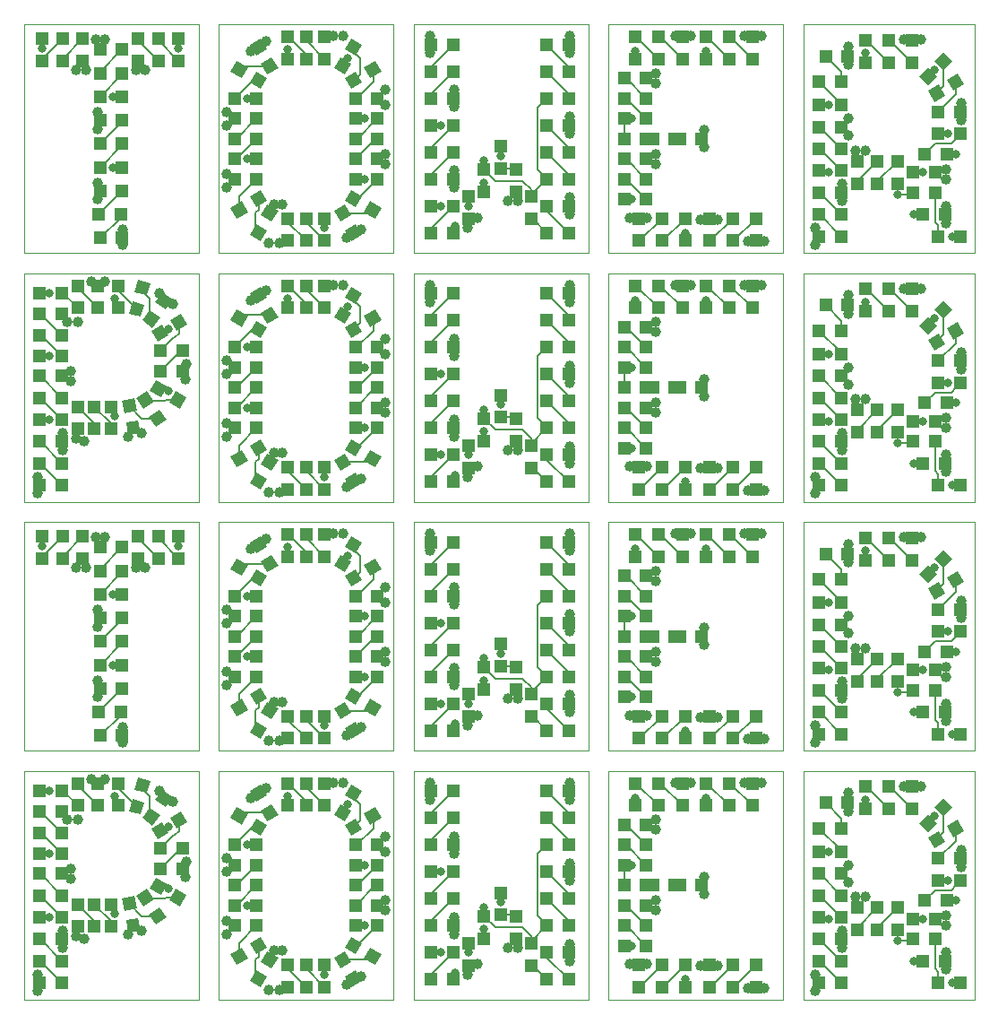
<source format=gtl>
G75*
G70*
%OFA0B0*%
%FSLAX25Y25*%
%IPPOS*%
%LPD*%
%AMOC8*
5,1,8,0,0,1.08239X$1,22.5*
%
%ADD10C,0.03970*%
%ADD14C,0.03170*%
%ADD16C,0.00600*%
%ADD17C,0.00000*%
%ADD18R,0.04720X0.04720*%
X0010000Y0010000D02*
G75*
%LPD*%
D17*
X0010000Y0010000D02*
X0010000Y0095000D01*
X0075000Y0095000D01*
X0075000Y0010000D01*
X0010000Y0010000D01*
D18*
X0015860Y0016250D03*
X0015860Y0024370D03*
X0015860Y0032500D03*
X0015860Y0040620D03*
X0015860Y0048750D03*
X0015860Y0056870D03*
X0015860Y0064370D03*
X0015860Y0071870D03*
X0015860Y0080000D03*
X0015860Y0087500D03*
X0024130Y0087500D03*
X0030000Y0090380D03*
X0037500Y0090380D03*
X0045000Y0090380D03*
X0045000Y0082110D03*
X0037500Y0082110D03*
X0030000Y0082110D03*
X0024130Y0080000D03*
X0024130Y0071870D03*
X0024130Y0064370D03*
X0024130Y0056870D03*
X0024130Y0048750D03*
X0030000Y0045380D03*
X0036250Y0045380D03*
X0042500Y0045380D03*
X0042500Y0037110D03*
X0036250Y0037110D03*
X0030000Y0037110D03*
X0024130Y0040620D03*
X0024130Y0032500D03*
X0024130Y0024370D03*
X0024130Y0016250D03*
X0060860Y0058750D03*
X0060860Y0066250D03*
X0069130Y0066250D03*
X0069130Y0058750D03*
D18*
G36*
X0056950Y0051200D02*
X0059310Y0055280D01*
X0063390Y0052920D01*
X0061030Y0048840D01*
X0056950Y0051200D01*
G37*
G36*
X0051860Y0048440D02*
X0055710Y0051150D01*
X0058420Y0047300D01*
X0054570Y0044590D01*
X0051860Y0048440D01*
G37*
G36*
X0046570Y0047680D02*
X0051210Y0048500D01*
X0052030Y0043860D01*
X0047390Y0043040D01*
X0046570Y0047680D01*
G37*
G36*
X0048010Y0039540D02*
X0052650Y0040360D01*
X0053470Y0035720D01*
X0048830Y0034900D01*
X0048010Y0039540D01*
G37*
G36*
X0056600Y0041660D02*
X0060450Y0044370D01*
X0063160Y0040520D01*
X0059310Y0037810D01*
X0056600Y0041660D01*
G37*
G36*
X0064110Y0047070D02*
X0066470Y0051150D01*
X0070550Y0048790D01*
X0068190Y0044710D01*
X0064110Y0047070D01*
G37*
G36*
X0059700Y0069480D02*
X0057340Y0073560D01*
X0061420Y0075920D01*
X0063780Y0071840D01*
X0059700Y0069480D01*
G37*
G36*
X0057970Y0074730D02*
X0054120Y0077440D01*
X0056830Y0081290D01*
X0060680Y0078580D01*
X0057970Y0074730D01*
G37*
G36*
X0053650Y0078850D02*
X0049100Y0080080D01*
X0050330Y0084630D01*
X0054880Y0083400D01*
X0053650Y0078850D01*
G37*
G36*
X0062710Y0081500D02*
X0058860Y0084210D01*
X0061570Y0088060D01*
X0065420Y0085350D01*
X0062710Y0081500D01*
G37*
G36*
X0066860Y0073610D02*
X0064500Y0077690D01*
X0068580Y0080050D01*
X0070940Y0075970D01*
X0066860Y0073610D01*
G37*
G36*
X0055790Y0086830D02*
X0051240Y0088060D01*
X0052470Y0092610D01*
X0057020Y0091380D01*
X0055790Y0086830D01*
G37*
D10*
X0060620Y0087500D03*
X0065620Y0083750D03*
X0070620Y0061250D03*
X0070000Y0055620D03*
X0053750Y0035620D03*
X0048750Y0034370D03*
X0032500Y0032500D03*
X0029370Y0033750D03*
X0024370Y0035620D03*
X0024370Y0029370D03*
X0015000Y0019370D03*
X0015000Y0013120D03*
X0027500Y0055000D03*
X0027500Y0058750D03*
X0026250Y0076870D03*
X0030000Y0076870D03*
X0035000Y0091870D03*
X0040000Y0091870D03*
D16*
X0038990Y0091870D01*
X0037500Y0090380D01*
X0036010Y0091870D01*
X0035000Y0091870D01*
X0030000Y0090380D02*
X0030000Y0089610D01*
X0037500Y0082110D01*
X0043750Y0082110D02*
X0043750Y0085620D01*
X0045000Y0088730D02*
X0051990Y0081740D01*
X0056870Y0078540D02*
X0056870Y0085620D01*
X0054130Y0088370D01*
X0054130Y0089720D01*
X0060620Y0087500D02*
X0060620Y0086300D01*
X0062140Y0084780D01*
X0063180Y0083750D01*
X0065620Y0083750D01*
X0067720Y0076830D02*
X0067720Y0072720D01*
X0066250Y0071250D01*
X0065860Y0071250D01*
X0060860Y0066250D01*
X0060560Y0072440D02*
X0060560Y0072700D01*
X0062080Y0072700D01*
X0063750Y0074370D01*
X0057400Y0078010D02*
X0056870Y0078540D01*
X0045000Y0082110D02*
X0043750Y0082110D01*
X0045000Y0088730D02*
X0045000Y0090380D01*
X0030000Y0082110D02*
X0024610Y0087500D01*
X0024130Y0087500D01*
X0019370Y0087500D02*
X0015860Y0087500D01*
X0015860Y0080000D02*
X0016010Y0080000D01*
X0024130Y0071870D01*
X0026250Y0076870D02*
X0030000Y0076870D01*
X0026250Y0076870D02*
X0024130Y0078990D01*
X0024130Y0080000D01*
X0016630Y0071870D02*
X0024130Y0064370D01*
X0019370Y0064370D02*
X0015860Y0064370D01*
X0015860Y0056870D02*
X0016010Y0056870D01*
X0024130Y0048750D01*
X0027500Y0055000D02*
X0027500Y0058750D01*
X0026010Y0058750D01*
X0024130Y0056870D01*
X0016010Y0048750D02*
X0024130Y0040620D01*
X0019370Y0040620D02*
X0015860Y0040620D01*
X0014370Y0040620D01*
X0015860Y0032500D02*
X0016010Y0032500D01*
X0024130Y0024370D01*
X0024370Y0029370D02*
X0024370Y0032260D01*
X0024130Y0032500D01*
X0024370Y0032740D01*
X0024370Y0035620D01*
X0029370Y0033750D02*
X0031250Y0033750D01*
X0032500Y0032500D01*
X0030000Y0034370D02*
X0029370Y0033750D01*
X0030000Y0034370D02*
X0030000Y0037110D01*
X0036250Y0037110D02*
X0036250Y0039130D01*
X0030000Y0045380D01*
X0036250Y0045380D02*
X0042500Y0039130D01*
X0042500Y0037110D01*
X0043750Y0041870D02*
X0042500Y0043120D01*
X0042500Y0045380D01*
X0049300Y0045770D02*
X0053980Y0041090D01*
X0059880Y0041090D01*
X0062500Y0047500D02*
X0055500Y0047500D01*
X0055140Y0047870D01*
X0060170Y0052060D02*
X0062300Y0052060D01*
X0063750Y0051250D01*
X0062930Y0047930D02*
X0062500Y0047500D01*
X0062930Y0047930D02*
X0067330Y0047930D01*
X0070000Y0055620D02*
X0070000Y0057880D01*
X0069130Y0058750D01*
X0070620Y0060240D01*
X0070620Y0061250D01*
X0069130Y0066250D02*
X0068360Y0066250D01*
X0060860Y0058750D01*
X0051740Y0037630D02*
X0053750Y0035620D01*
X0051740Y0037630D02*
X0050740Y0037630D01*
X0050740Y0036360D01*
X0048750Y0034370D01*
X0024130Y0016250D02*
X0016010Y0024370D01*
X0015860Y0024370D01*
X0015000Y0019370D02*
X0014370Y0019370D01*
X0015000Y0019370D02*
X0015000Y0017110D01*
X0015860Y0016250D01*
X0015000Y0015380D01*
X0015000Y0013120D01*
X0015860Y0048750D02*
X0016010Y0048750D01*
X0015860Y0071870D02*
X0016630Y0071870D01*
D14*
X0019370Y0064370D03*
X0019370Y0087500D03*
X0043750Y0085620D03*
X0063750Y0074370D03*
X0063750Y0051250D03*
X0043750Y0041870D03*
X0019370Y0040620D03*
X0082500Y0010000D02*
G75*
%LPD*%
D17*
X0082500Y0010000D02*
X0082500Y0095000D01*
X0147500Y0095000D01*
X0147500Y0010000D01*
X0082500Y0010000D01*
D18*
X0108120Y0014610D03*
X0115000Y0014610D03*
X0121870Y0014610D03*
X0121870Y0022880D03*
X0115000Y0022880D03*
X0108120Y0022880D03*
X0096630Y0037500D03*
X0096630Y0045000D03*
X0096630Y0052500D03*
X0096630Y0060000D03*
X0096630Y0067500D03*
X0088360Y0067500D03*
X0088360Y0060000D03*
X0088360Y0052500D03*
X0088360Y0045000D03*
X0088360Y0037500D03*
X0108120Y0082110D03*
X0115000Y0082110D03*
X0121870Y0082110D03*
X0121870Y0090380D03*
X0115000Y0090380D03*
X0108120Y0090380D03*
X0133360Y0067500D03*
X0133360Y0060000D03*
X0133360Y0052500D03*
X0133360Y0045000D03*
X0133360Y0037500D03*
X0141630Y0037500D03*
X0141630Y0045000D03*
X0141630Y0052500D03*
X0141630Y0060000D03*
X0141630Y0067500D03*
D18*
G36*
X0131810Y0070960D02*
X0129450Y0075040D01*
X0133530Y0077400D01*
X0135890Y0073320D01*
X0131810Y0070960D01*
G37*
G36*
X0129410Y0076320D02*
X0125330Y0078680D01*
X0127690Y0082760D01*
X0131770Y0080400D01*
X0129410Y0076320D01*
G37*
G36*
X0138970Y0075090D02*
X0136610Y0079170D01*
X0140690Y0081530D01*
X0143050Y0077450D01*
X0138970Y0075090D01*
G37*
G36*
X0133550Y0083480D02*
X0129470Y0085840D01*
X0131830Y0089920D01*
X0135910Y0087560D01*
X0133550Y0083480D01*
G37*
G36*
X0104660Y0078680D02*
X0100580Y0076320D01*
X0098220Y0080400D01*
X0102300Y0082760D01*
X0104660Y0078680D01*
G37*
G36*
X0100550Y0075040D02*
X0098190Y0070960D01*
X0094110Y0073320D01*
X0096470Y0077400D01*
X0100550Y0075040D01*
G37*
G36*
X0093390Y0079170D02*
X0091030Y0075090D01*
X0086950Y0077450D01*
X0089310Y0081530D01*
X0093390Y0079170D01*
G37*
G36*
X0100520Y0085840D02*
X0096440Y0083480D01*
X0094080Y0087560D01*
X0098160Y0089920D01*
X0100520Y0085840D01*
G37*
G36*
X0098190Y0033410D02*
X0100550Y0029330D01*
X0096470Y0026970D01*
X0094110Y0031050D01*
X0098190Y0033410D01*
G37*
G36*
X0100580Y0028050D02*
X0104660Y0025690D01*
X0102300Y0021610D01*
X0098220Y0023970D01*
X0100580Y0028050D01*
G37*
G36*
X0096440Y0020890D02*
X0100520Y0018530D01*
X0098160Y0014450D01*
X0094080Y0016810D01*
X0096440Y0020890D01*
G37*
G36*
X0091030Y0029270D02*
X0093390Y0025190D01*
X0089310Y0022830D01*
X0086950Y0026910D01*
X0091030Y0029270D01*
G37*
G36*
X0125330Y0025690D02*
X0129410Y0028050D01*
X0131770Y0023970D01*
X0127690Y0021610D01*
X0125330Y0025690D01*
G37*
G36*
X0129450Y0029330D02*
X0131810Y0033410D01*
X0135890Y0031050D01*
X0133530Y0026970D01*
X0129450Y0029330D01*
G37*
G36*
X0136610Y0025190D02*
X0138970Y0029270D01*
X0143050Y0026910D01*
X0140690Y0022830D01*
X0136610Y0025190D01*
G37*
G36*
X0129470Y0018530D02*
X0133550Y0020890D01*
X0135910Y0016810D01*
X0131830Y0014450D01*
X0129470Y0018530D01*
G37*
D10*
X0130000Y0015620D03*
X0135620Y0018750D03*
X0144370Y0043120D03*
X0144370Y0046870D03*
X0144370Y0065000D03*
X0144370Y0070620D03*
X0128750Y0090620D03*
X0125000Y0090620D03*
X0100000Y0088750D03*
X0094370Y0085000D03*
X0085620Y0062500D03*
X0085620Y0057500D03*
X0085620Y0039370D03*
X0085620Y0034370D03*
X0103120Y0028120D03*
X0106250Y0028120D03*
X0105000Y0013750D03*
X0101250Y0013750D03*
D16*
X0105000Y0013750D01*
X0105860Y0014610D01*
X0108120Y0014610D01*
X0108120Y0021490D02*
X0115000Y0014610D01*
X0121870Y0014610D02*
X0115000Y0021490D01*
X0115000Y0022880D01*
X0108120Y0022880D02*
X0108120Y0021490D01*
X0106250Y0028120D02*
X0103120Y0028120D01*
X0103120Y0026510D01*
X0101440Y0024830D01*
X0097330Y0026080D02*
X0096250Y0025000D01*
X0096250Y0018720D01*
X0097300Y0017670D01*
X0097330Y0026080D02*
X0097330Y0030190D01*
X0090170Y0031030D02*
X0096630Y0037500D01*
X0090170Y0031030D02*
X0090170Y0026050D01*
X0085620Y0034370D02*
X0085620Y0034760D01*
X0088360Y0037500D01*
X0086490Y0039370D01*
X0085620Y0039370D01*
X0088360Y0045000D02*
X0089130Y0045000D01*
X0096630Y0052500D01*
X0089130Y0052500D02*
X0096630Y0060000D01*
X0096630Y0067500D02*
X0093120Y0067500D01*
X0088360Y0067500D02*
X0095050Y0074180D01*
X0097330Y0074180D01*
X0101440Y0079540D02*
X0091390Y0079540D01*
X0090170Y0078310D01*
X0094370Y0085000D02*
X0095600Y0085000D01*
X0097300Y0086700D01*
X0099350Y0088750D01*
X0100000Y0088750D01*
X0108120Y0088990D02*
X0109760Y0088990D01*
X0115000Y0083750D01*
X0115000Y0082110D01*
X0121870Y0082110D02*
X0115000Y0088990D01*
X0115000Y0090380D01*
X0108120Y0090380D02*
X0108120Y0088990D01*
X0108120Y0085620D02*
X0108120Y0082110D01*
X0121870Y0090380D02*
X0122110Y0090620D01*
X0125000Y0090620D01*
X0128750Y0090620D01*
X0132690Y0086700D02*
X0132690Y0084800D01*
X0135000Y0082500D01*
X0135000Y0076510D01*
X0132670Y0074180D01*
X0128550Y0079540D02*
X0128550Y0080430D01*
X0130620Y0082500D01*
X0139830Y0078310D02*
X0140000Y0078140D01*
X0140000Y0073750D01*
X0133750Y0067500D01*
X0133360Y0067500D01*
X0133360Y0060000D02*
X0136870Y0060000D01*
X0141630Y0060000D02*
X0134130Y0052500D01*
X0133360Y0052500D01*
X0140860Y0052500D02*
X0133360Y0045000D01*
X0133360Y0037500D02*
X0136870Y0037500D01*
X0141630Y0037500D02*
X0134320Y0030190D01*
X0132670Y0030190D01*
X0128550Y0024830D02*
X0138600Y0024830D01*
X0139830Y0026050D01*
X0135620Y0018750D02*
X0133770Y0018750D01*
X0132690Y0017670D01*
X0130640Y0015620D01*
X0130000Y0015620D01*
X0121870Y0019370D02*
X0121870Y0022880D01*
X0143510Y0043120D02*
X0141630Y0045000D01*
X0143510Y0046870D01*
X0144370Y0046870D01*
X0144370Y0043120D02*
X0143510Y0043120D01*
X0141630Y0052500D02*
X0140860Y0052500D01*
X0144130Y0065000D02*
X0141630Y0067500D01*
X0144370Y0070240D01*
X0144370Y0070620D01*
X0144370Y0065000D02*
X0144130Y0065000D01*
X0096630Y0045000D02*
X0093120Y0045000D01*
X0089130Y0052500D02*
X0088360Y0052500D01*
X0085860Y0057500D02*
X0085620Y0057500D01*
X0085860Y0057500D02*
X0088360Y0060000D01*
X0085860Y0062500D01*
X0085620Y0062500D01*
D14*
X0093120Y0067500D03*
X0108120Y0085620D03*
X0130620Y0082500D03*
X0136870Y0060000D03*
X0136870Y0037500D03*
X0121870Y0019370D03*
X0093120Y0045000D03*
X0155000Y0010000D02*
G75*
%LPD*%
D17*
X0155000Y0010000D02*
X0155000Y0095000D01*
X0220000Y0095000D01*
X0220000Y0010000D01*
X0155000Y0010000D01*
D18*
X0161490Y0017500D03*
X0169760Y0017500D03*
X0175620Y0022740D03*
X0169760Y0027500D03*
X0175620Y0031010D03*
X0181250Y0032740D03*
X0181250Y0041010D03*
X0187500Y0041490D03*
X0193120Y0041010D03*
X0193120Y0032740D03*
X0198750Y0031010D03*
X0204610Y0027500D03*
X0198750Y0022740D03*
X0204610Y0017500D03*
X0212880Y0017500D03*
X0212880Y0027500D03*
X0212880Y0037500D03*
X0204610Y0037500D03*
X0204610Y0047500D03*
X0212880Y0047500D03*
X0212880Y0057500D03*
X0204610Y0057500D03*
X0204610Y0067500D03*
X0212880Y0067500D03*
X0212880Y0077500D03*
X0204610Y0077500D03*
X0204610Y0087500D03*
X0212880Y0087500D03*
X0187500Y0049760D03*
X0169760Y0047500D03*
X0161490Y0047500D03*
X0161490Y0057500D03*
X0169760Y0057500D03*
X0169760Y0067500D03*
X0161490Y0067500D03*
X0161490Y0077500D03*
X0169760Y0077500D03*
X0169760Y0087500D03*
X0161490Y0087500D03*
X0161490Y0037500D03*
X0169760Y0037500D03*
X0161490Y0027500D03*
D10*
X0170000Y0034370D03*
X0170000Y0040620D03*
X0178750Y0023120D03*
X0175000Y0019370D03*
X0190000Y0029370D03*
X0193750Y0029370D03*
X0213120Y0030620D03*
X0213120Y0024370D03*
X0213120Y0054370D03*
X0213120Y0060620D03*
X0213120Y0084370D03*
X0213120Y0090620D03*
X0170000Y0070620D03*
X0170000Y0064370D03*
X0161250Y0084370D03*
X0161250Y0090620D03*
D16*
X0161490Y0090380D01*
X0161490Y0087500D01*
X0161490Y0084610D01*
X0161250Y0084370D01*
X0161490Y0079230D02*
X0169760Y0087500D01*
X0161490Y0079230D02*
X0161490Y0077500D01*
X0161490Y0069230D02*
X0169760Y0077500D01*
X0170000Y0070620D02*
X0169760Y0070380D01*
X0169760Y0067500D01*
X0169760Y0064610D01*
X0170000Y0064370D01*
X0169760Y0057500D02*
X0161490Y0049230D01*
X0161490Y0047500D01*
X0161490Y0039230D02*
X0169760Y0047500D01*
X0170000Y0040620D02*
X0169760Y0040380D01*
X0169760Y0037500D01*
X0169760Y0034610D01*
X0170000Y0034370D01*
X0175620Y0031250D02*
X0175620Y0031010D01*
X0175620Y0027500D01*
X0176010Y0023120D02*
X0175620Y0022740D01*
X0175000Y0022110D01*
X0175000Y0019370D01*
X0176010Y0023120D02*
X0178750Y0023120D01*
X0170620Y0020000D02*
X0170620Y0018360D01*
X0169760Y0017500D01*
X0170000Y0017500D01*
X0161490Y0017500D02*
X0161490Y0019230D01*
X0169760Y0027500D01*
X0165000Y0027500D02*
X0161490Y0027500D01*
X0161250Y0027500D01*
X0161490Y0037500D02*
X0161490Y0039230D01*
X0161490Y0057500D02*
X0165000Y0057500D01*
X0161490Y0067500D02*
X0161490Y0069230D01*
X0181250Y0044370D02*
X0181250Y0041010D01*
X0185380Y0036870D01*
X0195620Y0036870D01*
X0198750Y0033750D01*
X0198750Y0031010D01*
X0198750Y0031630D01*
X0204610Y0037500D01*
X0204610Y0037880D01*
X0201250Y0041250D01*
X0201250Y0064130D01*
X0204610Y0067500D01*
X0212880Y0067500D02*
X0212880Y0069230D01*
X0204610Y0077500D01*
X0212880Y0077500D02*
X0212880Y0079230D01*
X0204610Y0087500D01*
X0212880Y0087500D02*
X0212880Y0084610D01*
X0213120Y0084370D01*
X0212880Y0087500D02*
X0212880Y0090380D01*
X0213120Y0090620D01*
X0213120Y0060620D02*
X0212880Y0060380D01*
X0212880Y0057500D01*
X0212880Y0054610D01*
X0213120Y0054370D01*
X0212880Y0049230D02*
X0204610Y0057500D01*
X0204610Y0047500D02*
X0212880Y0039230D01*
X0212880Y0037500D01*
X0213120Y0030620D02*
X0212880Y0030380D01*
X0212880Y0027500D01*
X0212880Y0024610D01*
X0213120Y0024370D01*
X0212880Y0017500D02*
X0204610Y0025760D01*
X0204610Y0027500D01*
X0199370Y0022740D02*
X0204610Y0017500D01*
X0199370Y0022740D02*
X0198750Y0022740D01*
X0193750Y0029370D02*
X0190000Y0029370D01*
X0193120Y0030000D02*
X0193120Y0032740D01*
X0193120Y0030000D02*
X0193750Y0029370D01*
X0193120Y0041010D02*
X0192640Y0041490D01*
X0187500Y0041490D01*
X0187500Y0046250D02*
X0187500Y0049760D01*
X0181250Y0036250D02*
X0181250Y0032740D01*
X0212880Y0047500D02*
X0212880Y0049230D01*
D14*
X0187500Y0046250D03*
X0181250Y0044370D03*
X0181250Y0036250D03*
X0175620Y0027500D03*
X0170620Y0020000D03*
X0165000Y0027500D03*
X0165000Y0057500D03*
X0227500Y0010000D02*
G75*
%LPD*%
D17*
X0227500Y0010000D02*
X0227500Y0095000D01*
X0292500Y0095000D01*
X0292500Y0010000D01*
X0227500Y0010000D01*
D18*
X0238750Y0014610D03*
X0238750Y0022880D03*
X0241630Y0030000D03*
X0241630Y0037500D03*
X0241630Y0045000D03*
X0241630Y0052500D03*
X0243990Y0052500D03*
X0241630Y0060000D03*
X0241630Y0067500D03*
X0241630Y0075000D03*
X0237500Y0082110D03*
X0233360Y0075000D03*
X0233360Y0067500D03*
X0233360Y0060000D03*
X0233360Y0052500D03*
X0233360Y0045000D03*
X0233360Y0037500D03*
X0233360Y0030000D03*
X0247500Y0022880D03*
X0247500Y0014610D03*
X0256250Y0014610D03*
X0256250Y0022880D03*
X0265000Y0022880D03*
X0265000Y0014610D03*
X0273750Y0014610D03*
X0273750Y0022880D03*
X0282500Y0022880D03*
X0282500Y0014610D03*
X0262260Y0052500D03*
X0253990Y0052500D03*
X0252260Y0052500D03*
X0255000Y0082110D03*
X0255000Y0090380D03*
X0246250Y0090380D03*
X0246250Y0082110D03*
X0237500Y0090380D03*
X0263750Y0090380D03*
X0263750Y0082110D03*
X0272500Y0082110D03*
X0272500Y0090380D03*
X0281250Y0090380D03*
X0281250Y0082110D03*
D10*
X0284370Y0090620D03*
X0278120Y0090620D03*
X0258120Y0090620D03*
X0252500Y0090620D03*
X0245000Y0076870D03*
X0245000Y0073120D03*
X0263120Y0055620D03*
X0263120Y0049370D03*
X0245000Y0046870D03*
X0245000Y0043120D03*
X0241870Y0023120D03*
X0235620Y0023120D03*
X0261870Y0022500D03*
X0268120Y0022500D03*
X0279370Y0014370D03*
X0285620Y0014370D03*
D16*
X0282740Y0014370D01*
X0282500Y0014610D01*
X0282260Y0014370D01*
X0279370Y0014370D01*
X0274230Y0014610D02*
X0282500Y0022880D01*
X0273750Y0022880D02*
X0265480Y0014610D01*
X0265000Y0014610D01*
X0265380Y0022500D02*
X0265000Y0022880D01*
X0264610Y0022500D01*
X0261870Y0022500D01*
X0265380Y0022500D02*
X0268120Y0022500D01*
X0273750Y0014610D02*
X0274230Y0014610D01*
X0256250Y0014610D02*
X0256250Y0017500D01*
X0256250Y0022880D02*
X0247980Y0014610D01*
X0247500Y0014610D01*
X0239230Y0014610D02*
X0247500Y0022880D01*
X0241870Y0023120D02*
X0238990Y0023120D01*
X0238750Y0022880D01*
X0238510Y0023120D01*
X0235620Y0023120D01*
X0236250Y0030000D02*
X0233360Y0030000D01*
X0233360Y0037500D02*
X0234130Y0037500D01*
X0241630Y0030000D01*
X0241630Y0037500D02*
X0234130Y0045000D01*
X0233360Y0045000D01*
X0233360Y0052500D02*
X0233360Y0060000D01*
X0236250Y0060000D01*
X0241630Y0060000D02*
X0234130Y0067500D01*
X0233360Y0067500D01*
X0233360Y0075000D02*
X0234130Y0075000D01*
X0241630Y0067500D01*
X0243510Y0073120D02*
X0241630Y0075000D01*
X0243510Y0073120D02*
X0245000Y0073120D01*
X0245000Y0076870D01*
X0246250Y0082110D02*
X0237980Y0090380D01*
X0237500Y0090380D01*
X0237500Y0085000D02*
X0237500Y0082110D01*
X0246250Y0090380D02*
X0246730Y0090380D01*
X0255000Y0082110D01*
X0255000Y0090380D02*
X0255240Y0090620D01*
X0258120Y0090620D01*
X0255000Y0090380D02*
X0254760Y0090620D01*
X0252500Y0090620D01*
X0263750Y0090380D02*
X0264230Y0090380D01*
X0272500Y0082110D01*
X0272500Y0090380D02*
X0272980Y0090380D01*
X0281250Y0082110D01*
X0281250Y0090380D02*
X0281490Y0090620D01*
X0284370Y0090620D01*
X0281250Y0090380D02*
X0281010Y0090620D01*
X0278120Y0090620D01*
X0263750Y0085000D02*
X0263750Y0082110D01*
X0263120Y0055620D02*
X0263120Y0049370D01*
X0262260Y0052500D02*
X0263120Y0053360D01*
X0263120Y0055620D01*
X0253990Y0052500D02*
X0252260Y0052500D01*
X0245000Y0046870D02*
X0245000Y0043120D01*
X0243510Y0043120D01*
X0241630Y0045000D01*
X0241630Y0052500D02*
X0243990Y0052500D01*
X0239230Y0014610D02*
X0238750Y0014610D01*
D14*
X0236250Y0030000D03*
X0256250Y0017500D03*
X0236250Y0060000D03*
X0237500Y0085000D03*
X0263750Y0085000D03*
X0300000Y0010000D02*
G75*
%LPD*%
D17*
X0300000Y0010000D02*
X0300000Y0095000D01*
X0363750Y0095000D01*
X0363750Y0010000D01*
X0300000Y0010000D01*
D18*
X0305860Y0016250D03*
X0305860Y0024370D03*
X0305860Y0032500D03*
X0305860Y0040620D03*
X0305860Y0048750D03*
X0305860Y0056870D03*
X0305860Y0065000D03*
X0314130Y0065000D03*
X0314130Y0056870D03*
X0314130Y0048750D03*
X0320000Y0044130D03*
X0314130Y0040620D03*
X0320000Y0035860D03*
X0314130Y0032500D03*
X0314130Y0024370D03*
X0314130Y0016250D03*
X0327500Y0035860D03*
X0335000Y0035860D03*
X0340860Y0032500D03*
X0340860Y0040000D03*
X0335000Y0044130D03*
X0327500Y0044130D03*
X0345240Y0046870D03*
X0349130Y0040000D03*
X0349130Y0032500D03*
X0352880Y0024370D03*
X0344610Y0024370D03*
X0350240Y0016250D03*
X0358510Y0016250D03*
X0353510Y0046870D03*
X0350240Y0054370D03*
X0350240Y0062500D03*
X0358510Y0062500D03*
X0358510Y0054370D03*
X0340620Y0080860D03*
X0340620Y0089130D03*
X0331870Y0089130D03*
X0331870Y0080860D03*
X0323120Y0080860D03*
X0316630Y0083120D03*
X0323120Y0089130D03*
X0308360Y0083120D03*
X0305860Y0073750D03*
X0314130Y0073750D03*
D18*
G36*
X0346450Y0072390D02*
X0343120Y0075720D01*
X0346450Y0079050D01*
X0349780Y0075720D01*
X0346450Y0072390D01*
G37*
G36*
X0348730Y0066230D02*
X0346370Y0070310D01*
X0350450Y0072670D01*
X0352810Y0068590D01*
X0348730Y0066230D01*
G37*
G36*
X0355890Y0070360D02*
X0353530Y0074440D01*
X0357610Y0076800D01*
X0359970Y0072720D01*
X0355890Y0070360D01*
G37*
G36*
X0352290Y0078230D02*
X0348960Y0081560D01*
X0352290Y0084890D01*
X0355620Y0081560D01*
X0352290Y0078230D01*
G37*
D10*
X0343750Y0089370D03*
X0337500Y0089370D03*
X0316870Y0086870D03*
X0316870Y0080000D03*
X0316870Y0060000D03*
X0316870Y0053750D03*
X0319370Y0048120D03*
X0323120Y0048120D03*
X0314370Y0035620D03*
X0314370Y0029370D03*
X0304370Y0019370D03*
X0304370Y0013120D03*
X0353120Y0021250D03*
X0353120Y0027500D03*
X0353120Y0037500D03*
X0353120Y0041250D03*
X0358750Y0059370D03*
X0358750Y0065620D03*
D16*
X0358510Y0065380D01*
X0358510Y0062500D01*
X0358510Y0059610D01*
X0358750Y0059370D01*
X0358510Y0054370D02*
X0356870Y0054370D01*
X0356870Y0052500D01*
X0355000Y0050620D01*
X0348990Y0050620D01*
X0345240Y0046870D01*
X0350380Y0041250D02*
X0349130Y0040000D01*
X0350380Y0041250D02*
X0353120Y0041250D01*
X0353120Y0037500D01*
X0349130Y0032500D02*
X0349130Y0021490D01*
X0350240Y0020380D01*
X0350240Y0016250D01*
X0353120Y0021250D02*
X0352880Y0021490D01*
X0352880Y0024370D01*
X0352880Y0027260D01*
X0353120Y0027500D01*
X0344610Y0024370D02*
X0341250Y0024370D01*
X0340240Y0031870D02*
X0335000Y0031870D01*
X0335000Y0035860D01*
X0340240Y0031870D02*
X0340860Y0032500D01*
X0340860Y0040000D02*
X0344370Y0040000D01*
X0335000Y0044130D02*
X0327500Y0036630D01*
X0327500Y0035860D01*
X0320000Y0035860D02*
X0320000Y0036630D01*
X0327500Y0044130D01*
X0323120Y0048120D02*
X0319370Y0048120D01*
X0320000Y0047500D01*
X0320000Y0044130D01*
X0314130Y0040620D02*
X0306010Y0048750D01*
X0305860Y0048750D01*
X0305860Y0056870D02*
X0306010Y0056870D01*
X0314130Y0048750D01*
X0316870Y0053750D02*
X0316870Y0054130D01*
X0314130Y0056870D01*
X0316870Y0059610D01*
X0316870Y0060000D01*
X0314130Y0065000D02*
X0314130Y0065480D01*
X0305860Y0073750D01*
X0314130Y0073750D02*
X0314130Y0077350D01*
X0308360Y0083120D01*
X0316630Y0083120D02*
X0316870Y0083360D01*
X0316870Y0086870D01*
X0316870Y0080000D01*
X0323120Y0080860D02*
X0323120Y0084370D01*
X0323120Y0080860D02*
X0323510Y0080860D01*
X0323600Y0087880D02*
X0324850Y0087880D01*
X0331870Y0080860D01*
X0332350Y0087880D02*
X0333600Y0087880D01*
X0340620Y0080860D01*
X0346450Y0075820D02*
X0348750Y0078120D01*
X0346450Y0075820D02*
X0346450Y0075720D01*
X0352290Y0072150D02*
X0349590Y0069450D01*
X0352290Y0072150D02*
X0352290Y0081560D01*
X0356750Y0073580D02*
X0356750Y0069010D01*
X0350240Y0062500D01*
X0350240Y0054370D02*
X0353750Y0054370D01*
X0350240Y0054370D02*
X0350240Y0053990D01*
X0353510Y0046870D02*
X0356870Y0046870D01*
X0355620Y0016250D02*
X0358510Y0016250D01*
X0314130Y0016250D02*
X0306010Y0024370D01*
X0305860Y0024370D01*
X0304370Y0019370D02*
X0304370Y0017740D01*
X0305860Y0016250D01*
X0304370Y0014760D01*
X0304370Y0013120D01*
X0314130Y0024370D02*
X0307880Y0030620D01*
X0307880Y0032500D01*
X0305860Y0032500D01*
X0306490Y0040000D02*
X0305860Y0040620D01*
X0306490Y0040000D02*
X0309370Y0040000D01*
X0314130Y0035380D02*
X0314370Y0035620D01*
X0314130Y0035380D02*
X0314130Y0032500D01*
X0314130Y0029610D01*
X0314370Y0029370D01*
X0309370Y0065000D02*
X0305860Y0065000D01*
X0323600Y0087880D02*
X0323120Y0089130D01*
X0331870Y0089130D02*
X0332350Y0087880D01*
X0337500Y0089370D02*
X0340380Y0089370D01*
X0340620Y0089130D01*
X0340860Y0089370D01*
X0343750Y0089370D01*
X0340620Y0089130D02*
X0340380Y0088120D01*
D14*
X0348750Y0078120D03*
X0353750Y0054370D03*
X0356870Y0046870D03*
X0344370Y0040000D03*
X0335000Y0031870D03*
X0341250Y0024370D03*
X0355620Y0016250D03*
X0309370Y0040000D03*
X0309370Y0065000D03*
X0323120Y0084370D03*
X0010000Y0102500D02*
G75*
%LPD*%
D17*
X0010000Y0102500D02*
X0010000Y0187500D01*
X0075000Y0187500D01*
X0075000Y0102500D01*
X0010000Y0102500D01*
D18*
X0038360Y0108120D03*
X0046630Y0108120D03*
X0046010Y0116870D03*
X0037740Y0116870D03*
X0038360Y0125620D03*
X0046630Y0125620D03*
X0046630Y0134370D03*
X0038360Y0134370D03*
X0038360Y0143120D03*
X0046630Y0143120D03*
X0046630Y0151870D03*
X0038360Y0151870D03*
X0038360Y0160620D03*
X0046630Y0160620D03*
X0046630Y0169370D03*
X0052500Y0173990D03*
X0046630Y0178120D03*
X0052500Y0182260D03*
X0060000Y0182260D03*
X0067500Y0182260D03*
X0067500Y0173990D03*
X0060000Y0173990D03*
X0038360Y0178120D03*
X0031870Y0173990D03*
X0038360Y0169370D03*
X0031870Y0182260D03*
X0024370Y0182260D03*
X0016870Y0182260D03*
X0016870Y0173990D03*
X0024370Y0173990D03*
D10*
X0029370Y0170620D03*
X0033120Y0170620D03*
X0036870Y0181870D03*
X0040000Y0181870D03*
X0051870Y0170620D03*
X0055000Y0170620D03*
X0037500Y0155000D03*
X0037500Y0148750D03*
X0037500Y0128750D03*
X0037500Y0122500D03*
X0046870Y0111250D03*
X0046870Y0105620D03*
D16*
X0046630Y0105620D01*
X0046630Y0108120D01*
X0046630Y0111250D01*
X0046870Y0111250D01*
X0046010Y0115760D02*
X0038360Y0108120D01*
X0046010Y0115760D02*
X0046010Y0116870D01*
X0037740Y0116870D02*
X0046490Y0125620D01*
X0046630Y0125620D01*
X0038360Y0125620D02*
X0037500Y0125620D01*
X0037500Y0122500D01*
X0037500Y0125620D02*
X0037500Y0128750D01*
X0038360Y0134370D02*
X0046630Y0142640D01*
X0046630Y0143120D01*
X0046630Y0151390D02*
X0038360Y0143120D01*
X0037500Y0148750D02*
X0037500Y0155000D01*
X0037500Y0151870D01*
X0038360Y0151870D01*
X0046630Y0151870D02*
X0046630Y0151390D01*
X0046630Y0160620D02*
X0043120Y0160620D01*
X0038360Y0160620D02*
X0046630Y0168890D01*
X0046630Y0169370D01*
X0051870Y0170620D02*
X0055000Y0170620D01*
X0051870Y0170620D02*
X0051870Y0173990D01*
X0052500Y0173990D01*
X0046630Y0178120D02*
X0038360Y0169850D01*
X0038360Y0169370D01*
X0033120Y0170620D02*
X0033120Y0173990D01*
X0031870Y0173990D01*
X0033120Y0170620D02*
X0029370Y0170620D01*
X0024370Y0173990D02*
X0024370Y0174760D01*
X0031870Y0182260D01*
X0036870Y0181870D02*
X0036870Y0178990D01*
X0038360Y0178120D01*
X0038120Y0178510D01*
X0036870Y0181870D02*
X0040000Y0181870D01*
X0052500Y0181490D02*
X0060000Y0173990D01*
X0060000Y0181490D02*
X0067500Y0173990D01*
X0067500Y0178750D02*
X0067500Y0182260D01*
X0060000Y0182260D02*
X0060000Y0181490D01*
X0052500Y0181490D02*
X0052500Y0182260D01*
X0024370Y0182260D02*
X0016870Y0174760D01*
X0016870Y0173990D01*
X0016870Y0178750D02*
X0016870Y0182260D01*
X0043120Y0134370D02*
X0046630Y0134370D01*
D14*
X0043120Y0134370D03*
X0043120Y0160620D03*
X0067500Y0178750D03*
X0016870Y0178750D03*
X0082500Y0102500D02*
G75*
%LPD*%
D17*
X0082500Y0102500D02*
X0082500Y0187500D01*
X0147500Y0187500D01*
X0147500Y0102500D01*
X0082500Y0102500D01*
D18*
X0108120Y0107110D03*
X0115000Y0107110D03*
X0121870Y0107110D03*
X0121870Y0115380D03*
X0115000Y0115380D03*
X0108120Y0115380D03*
X0096630Y0130000D03*
X0096630Y0137500D03*
X0096630Y0145000D03*
X0096630Y0152500D03*
X0096630Y0160000D03*
X0088360Y0160000D03*
X0088360Y0152500D03*
X0088360Y0145000D03*
X0088360Y0137500D03*
X0088360Y0130000D03*
X0108120Y0174610D03*
X0115000Y0174610D03*
X0121870Y0174610D03*
X0121870Y0182880D03*
X0115000Y0182880D03*
X0108120Y0182880D03*
X0133360Y0160000D03*
X0133360Y0152500D03*
X0133360Y0145000D03*
X0133360Y0137500D03*
X0133360Y0130000D03*
X0141630Y0130000D03*
X0141630Y0137500D03*
X0141630Y0145000D03*
X0141630Y0152500D03*
X0141630Y0160000D03*
D18*
G36*
X0131810Y0163460D02*
X0129450Y0167540D01*
X0133530Y0169900D01*
X0135890Y0165820D01*
X0131810Y0163460D01*
G37*
G36*
X0129410Y0168820D02*
X0125330Y0171180D01*
X0127690Y0175260D01*
X0131770Y0172900D01*
X0129410Y0168820D01*
G37*
G36*
X0138970Y0167590D02*
X0136610Y0171670D01*
X0140690Y0174030D01*
X0143050Y0169950D01*
X0138970Y0167590D01*
G37*
G36*
X0133550Y0175980D02*
X0129470Y0178340D01*
X0131830Y0182420D01*
X0135910Y0180060D01*
X0133550Y0175980D01*
G37*
G36*
X0104660Y0171180D02*
X0100580Y0168820D01*
X0098220Y0172900D01*
X0102300Y0175260D01*
X0104660Y0171180D01*
G37*
G36*
X0100550Y0167540D02*
X0098190Y0163460D01*
X0094110Y0165820D01*
X0096470Y0169900D01*
X0100550Y0167540D01*
G37*
G36*
X0093390Y0171670D02*
X0091030Y0167590D01*
X0086950Y0169950D01*
X0089310Y0174030D01*
X0093390Y0171670D01*
G37*
G36*
X0100520Y0178340D02*
X0096440Y0175980D01*
X0094080Y0180060D01*
X0098160Y0182420D01*
X0100520Y0178340D01*
G37*
G36*
X0098190Y0125910D02*
X0100550Y0121830D01*
X0096470Y0119470D01*
X0094110Y0123550D01*
X0098190Y0125910D01*
G37*
G36*
X0100580Y0120550D02*
X0104660Y0118190D01*
X0102300Y0114110D01*
X0098220Y0116470D01*
X0100580Y0120550D01*
G37*
G36*
X0096440Y0113390D02*
X0100520Y0111030D01*
X0098160Y0106950D01*
X0094080Y0109310D01*
X0096440Y0113390D01*
G37*
G36*
X0091030Y0121770D02*
X0093390Y0117690D01*
X0089310Y0115330D01*
X0086950Y0119410D01*
X0091030Y0121770D01*
G37*
G36*
X0125330Y0118190D02*
X0129410Y0120550D01*
X0131770Y0116470D01*
X0127690Y0114110D01*
X0125330Y0118190D01*
G37*
G36*
X0129450Y0121830D02*
X0131810Y0125910D01*
X0135890Y0123550D01*
X0133530Y0119470D01*
X0129450Y0121830D01*
G37*
G36*
X0136610Y0117690D02*
X0138970Y0121770D01*
X0143050Y0119410D01*
X0140690Y0115330D01*
X0136610Y0117690D01*
G37*
G36*
X0129470Y0111030D02*
X0133550Y0113390D01*
X0135910Y0109310D01*
X0131830Y0106950D01*
X0129470Y0111030D01*
G37*
D10*
X0130000Y0108120D03*
X0135620Y0111250D03*
X0144370Y0135620D03*
X0144370Y0139370D03*
X0144370Y0157500D03*
X0144370Y0163120D03*
X0128750Y0183120D03*
X0125000Y0183120D03*
X0100000Y0181250D03*
X0094370Y0177500D03*
X0085620Y0155000D03*
X0085620Y0150000D03*
X0085620Y0131870D03*
X0085620Y0126870D03*
X0103120Y0120620D03*
X0106250Y0120620D03*
X0105000Y0106250D03*
X0101250Y0106250D03*
D16*
X0105000Y0106250D01*
X0105860Y0107110D01*
X0108120Y0107110D01*
X0108120Y0113990D02*
X0115000Y0107110D01*
X0121870Y0107110D02*
X0115000Y0113990D01*
X0115000Y0115380D01*
X0108120Y0115380D02*
X0108120Y0113990D01*
X0106250Y0120620D02*
X0103120Y0120620D01*
X0103120Y0119010D01*
X0101440Y0117330D01*
X0097330Y0118580D02*
X0096250Y0117500D01*
X0096250Y0111220D01*
X0097300Y0110170D01*
X0097330Y0118580D02*
X0097330Y0122690D01*
X0090170Y0123530D02*
X0096630Y0130000D01*
X0090170Y0123530D02*
X0090170Y0118550D01*
X0085620Y0126870D02*
X0085620Y0127260D01*
X0088360Y0130000D01*
X0086490Y0131870D01*
X0085620Y0131870D01*
X0088360Y0137500D02*
X0089130Y0137500D01*
X0096630Y0145000D01*
X0089130Y0145000D02*
X0096630Y0152500D01*
X0096630Y0160000D02*
X0093120Y0160000D01*
X0088360Y0160000D02*
X0095050Y0166680D01*
X0097330Y0166680D01*
X0101440Y0172040D02*
X0091390Y0172040D01*
X0090170Y0170810D01*
X0094370Y0177500D02*
X0095600Y0177500D01*
X0097300Y0179200D01*
X0099350Y0181250D01*
X0100000Y0181250D01*
X0108120Y0181490D02*
X0109760Y0181490D01*
X0115000Y0176250D01*
X0115000Y0174610D01*
X0121870Y0174610D02*
X0115000Y0181490D01*
X0115000Y0182880D01*
X0108120Y0182880D02*
X0108120Y0181490D01*
X0108120Y0178120D02*
X0108120Y0174610D01*
X0121870Y0182880D02*
X0122110Y0183120D01*
X0125000Y0183120D01*
X0128750Y0183120D01*
X0132690Y0179200D02*
X0132690Y0177300D01*
X0135000Y0175000D01*
X0135000Y0169010D01*
X0132670Y0166680D01*
X0128550Y0172040D02*
X0128550Y0172930D01*
X0130620Y0175000D01*
X0139830Y0170810D02*
X0140000Y0170640D01*
X0140000Y0166250D01*
X0133750Y0160000D01*
X0133360Y0160000D01*
X0133360Y0152500D02*
X0136870Y0152500D01*
X0141630Y0152500D02*
X0134130Y0145000D01*
X0133360Y0145000D01*
X0140860Y0145000D02*
X0133360Y0137500D01*
X0133360Y0130000D02*
X0136870Y0130000D01*
X0141630Y0130000D02*
X0134320Y0122690D01*
X0132670Y0122690D01*
X0128550Y0117330D02*
X0138600Y0117330D01*
X0139830Y0118550D01*
X0135620Y0111250D02*
X0133770Y0111250D01*
X0132690Y0110170D01*
X0130640Y0108120D01*
X0130000Y0108120D01*
X0121870Y0111870D02*
X0121870Y0115380D01*
X0143510Y0135620D02*
X0141630Y0137500D01*
X0143510Y0139370D01*
X0144370Y0139370D01*
X0144370Y0135620D02*
X0143510Y0135620D01*
X0141630Y0145000D02*
X0140860Y0145000D01*
X0144130Y0157500D02*
X0141630Y0160000D01*
X0144370Y0162740D01*
X0144370Y0163120D01*
X0144370Y0157500D02*
X0144130Y0157500D01*
X0096630Y0137500D02*
X0093120Y0137500D01*
X0089130Y0145000D02*
X0088360Y0145000D01*
X0085860Y0150000D02*
X0085620Y0150000D01*
X0085860Y0150000D02*
X0088360Y0152500D01*
X0085860Y0155000D01*
X0085620Y0155000D01*
D14*
X0093120Y0160000D03*
X0108120Y0178120D03*
X0130620Y0175000D03*
X0136870Y0152500D03*
X0136870Y0130000D03*
X0121870Y0111870D03*
X0093120Y0137500D03*
X0155000Y0102500D02*
G75*
%LPD*%
D17*
X0155000Y0102500D02*
X0155000Y0187500D01*
X0220000Y0187500D01*
X0220000Y0102500D01*
X0155000Y0102500D01*
D18*
X0161490Y0110000D03*
X0169760Y0110000D03*
X0175620Y0115240D03*
X0169760Y0120000D03*
X0175620Y0123510D03*
X0181250Y0125240D03*
X0181250Y0133510D03*
X0187500Y0133990D03*
X0193120Y0133510D03*
X0193120Y0125240D03*
X0198750Y0123510D03*
X0204610Y0120000D03*
X0198750Y0115240D03*
X0204610Y0110000D03*
X0212880Y0110000D03*
X0212880Y0120000D03*
X0212880Y0130000D03*
X0204610Y0130000D03*
X0204610Y0140000D03*
X0212880Y0140000D03*
X0212880Y0150000D03*
X0204610Y0150000D03*
X0204610Y0160000D03*
X0212880Y0160000D03*
X0212880Y0170000D03*
X0204610Y0170000D03*
X0204610Y0180000D03*
X0212880Y0180000D03*
X0187500Y0142260D03*
X0169760Y0140000D03*
X0161490Y0140000D03*
X0161490Y0150000D03*
X0169760Y0150000D03*
X0169760Y0160000D03*
X0161490Y0160000D03*
X0161490Y0170000D03*
X0169760Y0170000D03*
X0169760Y0180000D03*
X0161490Y0180000D03*
X0161490Y0130000D03*
X0169760Y0130000D03*
X0161490Y0120000D03*
D10*
X0170000Y0126870D03*
X0170000Y0133120D03*
X0178750Y0115620D03*
X0175000Y0111870D03*
X0190000Y0121870D03*
X0193750Y0121870D03*
X0213120Y0123120D03*
X0213120Y0116870D03*
X0213120Y0146870D03*
X0213120Y0153120D03*
X0213120Y0176870D03*
X0213120Y0183120D03*
X0170000Y0163120D03*
X0170000Y0156870D03*
X0161250Y0176870D03*
X0161250Y0183120D03*
D16*
X0161490Y0182880D01*
X0161490Y0180000D01*
X0161490Y0177110D01*
X0161250Y0176870D01*
X0161490Y0171730D02*
X0169760Y0180000D01*
X0161490Y0171730D02*
X0161490Y0170000D01*
X0161490Y0161730D02*
X0169760Y0170000D01*
X0170000Y0163120D02*
X0169760Y0162880D01*
X0169760Y0160000D01*
X0169760Y0157110D01*
X0170000Y0156870D01*
X0169760Y0150000D02*
X0161490Y0141730D01*
X0161490Y0140000D01*
X0161490Y0131730D02*
X0169760Y0140000D01*
X0170000Y0133120D02*
X0169760Y0132880D01*
X0169760Y0130000D01*
X0169760Y0127110D01*
X0170000Y0126870D01*
X0175620Y0123750D02*
X0175620Y0123510D01*
X0175620Y0120000D01*
X0176010Y0115620D02*
X0175620Y0115240D01*
X0175000Y0114610D01*
X0175000Y0111870D01*
X0176010Y0115620D02*
X0178750Y0115620D01*
X0170620Y0112500D02*
X0170620Y0110860D01*
X0169760Y0110000D01*
X0170000Y0110000D01*
X0161490Y0110000D02*
X0161490Y0111730D01*
X0169760Y0120000D01*
X0165000Y0120000D02*
X0161490Y0120000D01*
X0161250Y0120000D01*
X0161490Y0130000D02*
X0161490Y0131730D01*
X0161490Y0150000D02*
X0165000Y0150000D01*
X0161490Y0160000D02*
X0161490Y0161730D01*
X0181250Y0136870D02*
X0181250Y0133510D01*
X0185380Y0129370D01*
X0195620Y0129370D01*
X0198750Y0126250D01*
X0198750Y0123510D01*
X0198750Y0124130D01*
X0204610Y0130000D01*
X0204610Y0130380D01*
X0201250Y0133750D01*
X0201250Y0156630D01*
X0204610Y0160000D01*
X0212880Y0160000D02*
X0212880Y0161730D01*
X0204610Y0170000D01*
X0212880Y0170000D02*
X0212880Y0171730D01*
X0204610Y0180000D01*
X0212880Y0180000D02*
X0212880Y0177110D01*
X0213120Y0176870D01*
X0212880Y0180000D02*
X0212880Y0182880D01*
X0213120Y0183120D01*
X0213120Y0153120D02*
X0212880Y0152880D01*
X0212880Y0150000D01*
X0212880Y0147110D01*
X0213120Y0146870D01*
X0212880Y0141730D02*
X0204610Y0150000D01*
X0204610Y0140000D02*
X0212880Y0131730D01*
X0212880Y0130000D01*
X0213120Y0123120D02*
X0212880Y0122880D01*
X0212880Y0120000D01*
X0212880Y0117110D01*
X0213120Y0116870D01*
X0212880Y0110000D02*
X0204610Y0118260D01*
X0204610Y0120000D01*
X0199370Y0115240D02*
X0204610Y0110000D01*
X0199370Y0115240D02*
X0198750Y0115240D01*
X0193750Y0121870D02*
X0190000Y0121870D01*
X0193120Y0122500D02*
X0193120Y0125240D01*
X0193120Y0122500D02*
X0193750Y0121870D01*
X0193120Y0133510D02*
X0192640Y0133990D01*
X0187500Y0133990D01*
X0187500Y0138750D02*
X0187500Y0142260D01*
X0181250Y0128750D02*
X0181250Y0125240D01*
X0212880Y0140000D02*
X0212880Y0141730D01*
D14*
X0187500Y0138750D03*
X0181250Y0136870D03*
X0181250Y0128750D03*
X0175620Y0120000D03*
X0170620Y0112500D03*
X0165000Y0120000D03*
X0165000Y0150000D03*
X0227500Y0102500D02*
G75*
%LPD*%
D17*
X0227500Y0102500D02*
X0227500Y0187500D01*
X0292500Y0187500D01*
X0292500Y0102500D01*
X0227500Y0102500D01*
D18*
X0238750Y0107110D03*
X0238750Y0115380D03*
X0241630Y0122500D03*
X0241630Y0130000D03*
X0241630Y0137500D03*
X0241630Y0145000D03*
X0243990Y0145000D03*
X0241630Y0152500D03*
X0241630Y0160000D03*
X0241630Y0167500D03*
X0237500Y0174610D03*
X0233360Y0167500D03*
X0233360Y0160000D03*
X0233360Y0152500D03*
X0233360Y0145000D03*
X0233360Y0137500D03*
X0233360Y0130000D03*
X0233360Y0122500D03*
X0247500Y0115380D03*
X0247500Y0107110D03*
X0256250Y0107110D03*
X0256250Y0115380D03*
X0265000Y0115380D03*
X0265000Y0107110D03*
X0273750Y0107110D03*
X0273750Y0115380D03*
X0282500Y0115380D03*
X0282500Y0107110D03*
X0262260Y0145000D03*
X0253990Y0145000D03*
X0252260Y0145000D03*
X0255000Y0174610D03*
X0255000Y0182880D03*
X0246250Y0182880D03*
X0246250Y0174610D03*
X0237500Y0182880D03*
X0263750Y0182880D03*
X0263750Y0174610D03*
X0272500Y0174610D03*
X0272500Y0182880D03*
X0281250Y0182880D03*
X0281250Y0174610D03*
D10*
X0284370Y0183120D03*
X0278120Y0183120D03*
X0258120Y0183120D03*
X0252500Y0183120D03*
X0245000Y0169370D03*
X0245000Y0165620D03*
X0263120Y0148120D03*
X0263120Y0141870D03*
X0245000Y0139370D03*
X0245000Y0135620D03*
X0241870Y0115620D03*
X0235620Y0115620D03*
X0261870Y0115000D03*
X0268120Y0115000D03*
X0279370Y0106870D03*
X0285620Y0106870D03*
D16*
X0282740Y0106870D01*
X0282500Y0107110D01*
X0282260Y0106870D01*
X0279370Y0106870D01*
X0274230Y0107110D02*
X0282500Y0115380D01*
X0273750Y0115380D02*
X0265480Y0107110D01*
X0265000Y0107110D01*
X0265380Y0115000D02*
X0265000Y0115380D01*
X0264610Y0115000D01*
X0261870Y0115000D01*
X0265380Y0115000D02*
X0268120Y0115000D01*
X0273750Y0107110D02*
X0274230Y0107110D01*
X0256250Y0107110D02*
X0256250Y0110000D01*
X0256250Y0115380D02*
X0247980Y0107110D01*
X0247500Y0107110D01*
X0239230Y0107110D02*
X0247500Y0115380D01*
X0241870Y0115620D02*
X0238990Y0115620D01*
X0238750Y0115380D01*
X0238510Y0115620D01*
X0235620Y0115620D01*
X0236250Y0122500D02*
X0233360Y0122500D01*
X0233360Y0130000D02*
X0234130Y0130000D01*
X0241630Y0122500D01*
X0241630Y0130000D02*
X0234130Y0137500D01*
X0233360Y0137500D01*
X0233360Y0145000D02*
X0233360Y0152500D01*
X0236250Y0152500D01*
X0241630Y0152500D02*
X0234130Y0160000D01*
X0233360Y0160000D01*
X0233360Y0167500D02*
X0234130Y0167500D01*
X0241630Y0160000D01*
X0243510Y0165620D02*
X0241630Y0167500D01*
X0243510Y0165620D02*
X0245000Y0165620D01*
X0245000Y0169370D01*
X0246250Y0174610D02*
X0237980Y0182880D01*
X0237500Y0182880D01*
X0237500Y0177500D02*
X0237500Y0174610D01*
X0246250Y0182880D02*
X0246730Y0182880D01*
X0255000Y0174610D01*
X0255000Y0182880D02*
X0255240Y0183120D01*
X0258120Y0183120D01*
X0255000Y0182880D02*
X0254760Y0183120D01*
X0252500Y0183120D01*
X0263750Y0182880D02*
X0264230Y0182880D01*
X0272500Y0174610D01*
X0272500Y0182880D02*
X0272980Y0182880D01*
X0281250Y0174610D01*
X0281250Y0182880D02*
X0281490Y0183120D01*
X0284370Y0183120D01*
X0281250Y0182880D02*
X0281010Y0183120D01*
X0278120Y0183120D01*
X0263750Y0177500D02*
X0263750Y0174610D01*
X0263120Y0148120D02*
X0263120Y0141870D01*
X0262260Y0145000D02*
X0263120Y0145860D01*
X0263120Y0148120D01*
X0253990Y0145000D02*
X0252260Y0145000D01*
X0245000Y0139370D02*
X0245000Y0135620D01*
X0243510Y0135620D01*
X0241630Y0137500D01*
X0241630Y0145000D02*
X0243990Y0145000D01*
X0239230Y0107110D02*
X0238750Y0107110D01*
D14*
X0236250Y0122500D03*
X0256250Y0110000D03*
X0236250Y0152500D03*
X0237500Y0177500D03*
X0263750Y0177500D03*
X0300000Y0102500D02*
G75*
%LPD*%
D17*
X0300000Y0102500D02*
X0300000Y0187500D01*
X0363750Y0187500D01*
X0363750Y0102500D01*
X0300000Y0102500D01*
D18*
X0305860Y0108750D03*
X0305860Y0116870D03*
X0305860Y0125000D03*
X0305860Y0133120D03*
X0305860Y0141250D03*
X0305860Y0149370D03*
X0305860Y0157500D03*
X0314130Y0157500D03*
X0314130Y0149370D03*
X0314130Y0141250D03*
X0320000Y0136630D03*
X0314130Y0133120D03*
X0320000Y0128360D03*
X0314130Y0125000D03*
X0314130Y0116870D03*
X0314130Y0108750D03*
X0327500Y0128360D03*
X0335000Y0128360D03*
X0340860Y0125000D03*
X0340860Y0132500D03*
X0335000Y0136630D03*
X0327500Y0136630D03*
X0345240Y0139370D03*
X0349130Y0132500D03*
X0349130Y0125000D03*
X0352880Y0116870D03*
X0344610Y0116870D03*
X0350240Y0108750D03*
X0358510Y0108750D03*
X0353510Y0139370D03*
X0350240Y0146870D03*
X0350240Y0155000D03*
X0358510Y0155000D03*
X0358510Y0146870D03*
X0340620Y0173360D03*
X0340620Y0181630D03*
X0331870Y0181630D03*
X0331870Y0173360D03*
X0323120Y0173360D03*
X0316630Y0175620D03*
X0323120Y0181630D03*
X0308360Y0175620D03*
X0305860Y0166250D03*
X0314130Y0166250D03*
D18*
G36*
X0346450Y0164890D02*
X0343120Y0168220D01*
X0346450Y0171550D01*
X0349780Y0168220D01*
X0346450Y0164890D01*
G37*
G36*
X0348730Y0158730D02*
X0346370Y0162810D01*
X0350450Y0165170D01*
X0352810Y0161090D01*
X0348730Y0158730D01*
G37*
G36*
X0355890Y0162860D02*
X0353530Y0166940D01*
X0357610Y0169300D01*
X0359970Y0165220D01*
X0355890Y0162860D01*
G37*
G36*
X0352290Y0170730D02*
X0348960Y0174060D01*
X0352290Y0177390D01*
X0355620Y0174060D01*
X0352290Y0170730D01*
G37*
D10*
X0343750Y0181870D03*
X0337500Y0181870D03*
X0316870Y0179370D03*
X0316870Y0172500D03*
X0316870Y0152500D03*
X0316870Y0146250D03*
X0319370Y0140620D03*
X0323120Y0140620D03*
X0314370Y0128120D03*
X0314370Y0121870D03*
X0304370Y0111870D03*
X0304370Y0105620D03*
X0353120Y0113750D03*
X0353120Y0120000D03*
X0353120Y0130000D03*
X0353120Y0133750D03*
X0358750Y0151870D03*
X0358750Y0158120D03*
D16*
X0358510Y0157880D01*
X0358510Y0155000D01*
X0358510Y0152110D01*
X0358750Y0151870D01*
X0358510Y0146870D02*
X0356870Y0146870D01*
X0356870Y0145000D01*
X0355000Y0143120D01*
X0348990Y0143120D01*
X0345240Y0139370D01*
X0350380Y0133750D02*
X0349130Y0132500D01*
X0350380Y0133750D02*
X0353120Y0133750D01*
X0353120Y0130000D01*
X0349130Y0125000D02*
X0349130Y0113990D01*
X0350240Y0112880D01*
X0350240Y0108750D01*
X0353120Y0113750D02*
X0352880Y0113990D01*
X0352880Y0116870D01*
X0352880Y0119760D01*
X0353120Y0120000D01*
X0344610Y0116870D02*
X0341250Y0116870D01*
X0340240Y0124370D02*
X0335000Y0124370D01*
X0335000Y0128360D01*
X0340240Y0124370D02*
X0340860Y0125000D01*
X0340860Y0132500D02*
X0344370Y0132500D01*
X0335000Y0136630D02*
X0327500Y0129130D01*
X0327500Y0128360D01*
X0320000Y0128360D02*
X0320000Y0129130D01*
X0327500Y0136630D01*
X0323120Y0140620D02*
X0319370Y0140620D01*
X0320000Y0140000D01*
X0320000Y0136630D01*
X0314130Y0133120D02*
X0306010Y0141250D01*
X0305860Y0141250D01*
X0305860Y0149370D02*
X0306010Y0149370D01*
X0314130Y0141250D01*
X0316870Y0146250D02*
X0316870Y0146630D01*
X0314130Y0149370D01*
X0316870Y0152110D01*
X0316870Y0152500D01*
X0314130Y0157500D02*
X0314130Y0157980D01*
X0305860Y0166250D01*
X0314130Y0166250D02*
X0314130Y0169850D01*
X0308360Y0175620D01*
X0316630Y0175620D02*
X0316870Y0175860D01*
X0316870Y0179370D01*
X0316870Y0172500D01*
X0323120Y0173360D02*
X0323120Y0176870D01*
X0323120Y0173360D02*
X0323510Y0173360D01*
X0323600Y0180380D02*
X0324850Y0180380D01*
X0331870Y0173360D01*
X0332350Y0180380D02*
X0333600Y0180380D01*
X0340620Y0173360D01*
X0346450Y0168320D02*
X0348750Y0170620D01*
X0346450Y0168320D02*
X0346450Y0168220D01*
X0352290Y0164650D02*
X0349590Y0161950D01*
X0352290Y0164650D02*
X0352290Y0174060D01*
X0356750Y0166080D02*
X0356750Y0161510D01*
X0350240Y0155000D01*
X0350240Y0146870D02*
X0353750Y0146870D01*
X0350240Y0146870D02*
X0350240Y0146490D01*
X0353510Y0139370D02*
X0356870Y0139370D01*
X0355620Y0108750D02*
X0358510Y0108750D01*
X0314130Y0108750D02*
X0306010Y0116870D01*
X0305860Y0116870D01*
X0304370Y0111870D02*
X0304370Y0110240D01*
X0305860Y0108750D01*
X0304370Y0107260D01*
X0304370Y0105620D01*
X0314130Y0116870D02*
X0307880Y0123120D01*
X0307880Y0125000D01*
X0305860Y0125000D01*
X0306490Y0132500D02*
X0305860Y0133120D01*
X0306490Y0132500D02*
X0309370Y0132500D01*
X0314130Y0127880D02*
X0314370Y0128120D01*
X0314130Y0127880D02*
X0314130Y0125000D01*
X0314130Y0122110D01*
X0314370Y0121870D01*
X0309370Y0157500D02*
X0305860Y0157500D01*
X0323600Y0180380D02*
X0323120Y0181630D01*
X0331870Y0181630D02*
X0332350Y0180380D01*
X0337500Y0181870D02*
X0340380Y0181870D01*
X0340620Y0181630D01*
X0340860Y0181870D01*
X0343750Y0181870D01*
X0340620Y0181630D02*
X0340380Y0180620D01*
D14*
X0348750Y0170620D03*
X0353750Y0146870D03*
X0356870Y0139370D03*
X0344370Y0132500D03*
X0335000Y0124370D03*
X0341250Y0116870D03*
X0355620Y0108750D03*
X0309370Y0132500D03*
X0309370Y0157500D03*
X0323120Y0176870D03*
X0010000Y0195000D02*
G75*
%LPD*%
D17*
X0010000Y0195000D02*
X0010000Y0280000D01*
X0075000Y0280000D01*
X0075000Y0195000D01*
X0010000Y0195000D01*
D18*
X0015860Y0201250D03*
X0015860Y0209370D03*
X0015860Y0217500D03*
X0015860Y0225620D03*
X0015860Y0233750D03*
X0015860Y0241870D03*
X0015860Y0249370D03*
X0015860Y0256870D03*
X0015860Y0265000D03*
X0015860Y0272500D03*
X0024130Y0272500D03*
X0030000Y0275380D03*
X0037500Y0275380D03*
X0045000Y0275380D03*
X0045000Y0267110D03*
X0037500Y0267110D03*
X0030000Y0267110D03*
X0024130Y0265000D03*
X0024130Y0256870D03*
X0024130Y0249370D03*
X0024130Y0241870D03*
X0024130Y0233750D03*
X0030000Y0230380D03*
X0036250Y0230380D03*
X0042500Y0230380D03*
X0042500Y0222110D03*
X0036250Y0222110D03*
X0030000Y0222110D03*
X0024130Y0225620D03*
X0024130Y0217500D03*
X0024130Y0209370D03*
X0024130Y0201250D03*
X0060860Y0243750D03*
X0060860Y0251250D03*
X0069130Y0251250D03*
X0069130Y0243750D03*
D18*
G36*
X0056950Y0236200D02*
X0059310Y0240280D01*
X0063390Y0237920D01*
X0061030Y0233840D01*
X0056950Y0236200D01*
G37*
G36*
X0051860Y0233440D02*
X0055710Y0236150D01*
X0058420Y0232300D01*
X0054570Y0229590D01*
X0051860Y0233440D01*
G37*
G36*
X0046570Y0232680D02*
X0051210Y0233500D01*
X0052030Y0228860D01*
X0047390Y0228040D01*
X0046570Y0232680D01*
G37*
G36*
X0048010Y0224540D02*
X0052650Y0225360D01*
X0053470Y0220720D01*
X0048830Y0219900D01*
X0048010Y0224540D01*
G37*
G36*
X0056600Y0226660D02*
X0060450Y0229370D01*
X0063160Y0225520D01*
X0059310Y0222810D01*
X0056600Y0226660D01*
G37*
G36*
X0064110Y0232070D02*
X0066470Y0236150D01*
X0070550Y0233790D01*
X0068190Y0229710D01*
X0064110Y0232070D01*
G37*
G36*
X0059700Y0254480D02*
X0057340Y0258560D01*
X0061420Y0260920D01*
X0063780Y0256840D01*
X0059700Y0254480D01*
G37*
G36*
X0057970Y0259730D02*
X0054120Y0262440D01*
X0056830Y0266290D01*
X0060680Y0263580D01*
X0057970Y0259730D01*
G37*
G36*
X0053650Y0263850D02*
X0049100Y0265080D01*
X0050330Y0269630D01*
X0054880Y0268400D01*
X0053650Y0263850D01*
G37*
G36*
X0062710Y0266500D02*
X0058860Y0269210D01*
X0061570Y0273060D01*
X0065420Y0270350D01*
X0062710Y0266500D01*
G37*
G36*
X0066860Y0258610D02*
X0064500Y0262690D01*
X0068580Y0265050D01*
X0070940Y0260970D01*
X0066860Y0258610D01*
G37*
G36*
X0055790Y0271830D02*
X0051240Y0273060D01*
X0052470Y0277610D01*
X0057020Y0276380D01*
X0055790Y0271830D01*
G37*
D10*
X0060620Y0272500D03*
X0065620Y0268750D03*
X0070620Y0246250D03*
X0070000Y0240620D03*
X0053750Y0220620D03*
X0048750Y0219370D03*
X0032500Y0217500D03*
X0029370Y0218750D03*
X0024370Y0220620D03*
X0024370Y0214370D03*
X0015000Y0204370D03*
X0015000Y0198120D03*
X0027500Y0240000D03*
X0027500Y0243750D03*
X0026250Y0261870D03*
X0030000Y0261870D03*
X0035000Y0276870D03*
X0040000Y0276870D03*
D16*
X0038990Y0276870D01*
X0037500Y0275380D01*
X0036010Y0276870D01*
X0035000Y0276870D01*
X0030000Y0275380D02*
X0030000Y0274610D01*
X0037500Y0267110D01*
X0043750Y0267110D02*
X0043750Y0270620D01*
X0045000Y0273730D02*
X0051990Y0266740D01*
X0056870Y0263540D02*
X0056870Y0270620D01*
X0054130Y0273370D01*
X0054130Y0274720D01*
X0060620Y0272500D02*
X0060620Y0271300D01*
X0062140Y0269780D01*
X0063180Y0268750D01*
X0065620Y0268750D01*
X0067720Y0261830D02*
X0067720Y0257720D01*
X0066250Y0256250D01*
X0065860Y0256250D01*
X0060860Y0251250D01*
X0060560Y0257440D02*
X0060560Y0257700D01*
X0062080Y0257700D01*
X0063750Y0259370D01*
X0057400Y0263010D02*
X0056870Y0263540D01*
X0045000Y0267110D02*
X0043750Y0267110D01*
X0045000Y0273730D02*
X0045000Y0275380D01*
X0030000Y0267110D02*
X0024610Y0272500D01*
X0024130Y0272500D01*
X0019370Y0272500D02*
X0015860Y0272500D01*
X0015860Y0265000D02*
X0016010Y0265000D01*
X0024130Y0256870D01*
X0026250Y0261870D02*
X0030000Y0261870D01*
X0026250Y0261870D02*
X0024130Y0263990D01*
X0024130Y0265000D01*
X0016630Y0256870D02*
X0024130Y0249370D01*
X0019370Y0249370D02*
X0015860Y0249370D01*
X0015860Y0241870D02*
X0016010Y0241870D01*
X0024130Y0233750D01*
X0027500Y0240000D02*
X0027500Y0243750D01*
X0026010Y0243750D01*
X0024130Y0241870D01*
X0016010Y0233750D02*
X0024130Y0225620D01*
X0019370Y0225620D02*
X0015860Y0225620D01*
X0014370Y0225620D01*
X0015860Y0217500D02*
X0016010Y0217500D01*
X0024130Y0209370D01*
X0024370Y0214370D02*
X0024370Y0217260D01*
X0024130Y0217500D01*
X0024370Y0217740D01*
X0024370Y0220620D01*
X0029370Y0218750D02*
X0031250Y0218750D01*
X0032500Y0217500D01*
X0030000Y0219370D02*
X0029370Y0218750D01*
X0030000Y0219370D02*
X0030000Y0222110D01*
X0036250Y0222110D02*
X0036250Y0224130D01*
X0030000Y0230380D01*
X0036250Y0230380D02*
X0042500Y0224130D01*
X0042500Y0222110D01*
X0043750Y0226870D02*
X0042500Y0228120D01*
X0042500Y0230380D01*
X0049300Y0230770D02*
X0053980Y0226090D01*
X0059880Y0226090D01*
X0062500Y0232500D02*
X0055500Y0232500D01*
X0055140Y0232870D01*
X0060170Y0237060D02*
X0062300Y0237060D01*
X0063750Y0236250D01*
X0062930Y0232930D02*
X0062500Y0232500D01*
X0062930Y0232930D02*
X0067330Y0232930D01*
X0070000Y0240620D02*
X0070000Y0242880D01*
X0069130Y0243750D01*
X0070620Y0245240D01*
X0070620Y0246250D01*
X0069130Y0251250D02*
X0068360Y0251250D01*
X0060860Y0243750D01*
X0051740Y0222630D02*
X0053750Y0220620D01*
X0051740Y0222630D02*
X0050740Y0222630D01*
X0050740Y0221360D01*
X0048750Y0219370D01*
X0024130Y0201250D02*
X0016010Y0209370D01*
X0015860Y0209370D01*
X0015000Y0204370D02*
X0014370Y0204370D01*
X0015000Y0204370D02*
X0015000Y0202110D01*
X0015860Y0201250D01*
X0015000Y0200380D01*
X0015000Y0198120D01*
X0015860Y0233750D02*
X0016010Y0233750D01*
X0015860Y0256870D02*
X0016630Y0256870D01*
D14*
X0019370Y0249370D03*
X0019370Y0272500D03*
X0043750Y0270620D03*
X0063750Y0259370D03*
X0063750Y0236250D03*
X0043750Y0226870D03*
X0019370Y0225620D03*
X0082500Y0195000D02*
G75*
%LPD*%
D17*
X0082500Y0195000D02*
X0082500Y0280000D01*
X0147500Y0280000D01*
X0147500Y0195000D01*
X0082500Y0195000D01*
D18*
X0108120Y0199610D03*
X0115000Y0199610D03*
X0121870Y0199610D03*
X0121870Y0207880D03*
X0115000Y0207880D03*
X0108120Y0207880D03*
X0096630Y0222500D03*
X0096630Y0230000D03*
X0096630Y0237500D03*
X0096630Y0245000D03*
X0096630Y0252500D03*
X0088360Y0252500D03*
X0088360Y0245000D03*
X0088360Y0237500D03*
X0088360Y0230000D03*
X0088360Y0222500D03*
X0108120Y0267110D03*
X0115000Y0267110D03*
X0121870Y0267110D03*
X0121870Y0275380D03*
X0115000Y0275380D03*
X0108120Y0275380D03*
X0133360Y0252500D03*
X0133360Y0245000D03*
X0133360Y0237500D03*
X0133360Y0230000D03*
X0133360Y0222500D03*
X0141630Y0222500D03*
X0141630Y0230000D03*
X0141630Y0237500D03*
X0141630Y0245000D03*
X0141630Y0252500D03*
D18*
G36*
X0131810Y0255960D02*
X0129450Y0260040D01*
X0133530Y0262400D01*
X0135890Y0258320D01*
X0131810Y0255960D01*
G37*
G36*
X0129410Y0261320D02*
X0125330Y0263680D01*
X0127690Y0267760D01*
X0131770Y0265400D01*
X0129410Y0261320D01*
G37*
G36*
X0138970Y0260090D02*
X0136610Y0264170D01*
X0140690Y0266530D01*
X0143050Y0262450D01*
X0138970Y0260090D01*
G37*
G36*
X0133550Y0268480D02*
X0129470Y0270840D01*
X0131830Y0274920D01*
X0135910Y0272560D01*
X0133550Y0268480D01*
G37*
G36*
X0104660Y0263680D02*
X0100580Y0261320D01*
X0098220Y0265400D01*
X0102300Y0267760D01*
X0104660Y0263680D01*
G37*
G36*
X0100550Y0260040D02*
X0098190Y0255960D01*
X0094110Y0258320D01*
X0096470Y0262400D01*
X0100550Y0260040D01*
G37*
G36*
X0093390Y0264170D02*
X0091030Y0260090D01*
X0086950Y0262450D01*
X0089310Y0266530D01*
X0093390Y0264170D01*
G37*
G36*
X0100520Y0270840D02*
X0096440Y0268480D01*
X0094080Y0272560D01*
X0098160Y0274920D01*
X0100520Y0270840D01*
G37*
G36*
X0098190Y0218410D02*
X0100550Y0214330D01*
X0096470Y0211970D01*
X0094110Y0216050D01*
X0098190Y0218410D01*
G37*
G36*
X0100580Y0213050D02*
X0104660Y0210690D01*
X0102300Y0206610D01*
X0098220Y0208970D01*
X0100580Y0213050D01*
G37*
G36*
X0096440Y0205890D02*
X0100520Y0203530D01*
X0098160Y0199450D01*
X0094080Y0201810D01*
X0096440Y0205890D01*
G37*
G36*
X0091030Y0214270D02*
X0093390Y0210190D01*
X0089310Y0207830D01*
X0086950Y0211910D01*
X0091030Y0214270D01*
G37*
G36*
X0125330Y0210690D02*
X0129410Y0213050D01*
X0131770Y0208970D01*
X0127690Y0206610D01*
X0125330Y0210690D01*
G37*
G36*
X0129450Y0214330D02*
X0131810Y0218410D01*
X0135890Y0216050D01*
X0133530Y0211970D01*
X0129450Y0214330D01*
G37*
G36*
X0136610Y0210190D02*
X0138970Y0214270D01*
X0143050Y0211910D01*
X0140690Y0207830D01*
X0136610Y0210190D01*
G37*
G36*
X0129470Y0203530D02*
X0133550Y0205890D01*
X0135910Y0201810D01*
X0131830Y0199450D01*
X0129470Y0203530D01*
G37*
D10*
X0130000Y0200620D03*
X0135620Y0203750D03*
X0144370Y0228120D03*
X0144370Y0231870D03*
X0144370Y0250000D03*
X0144370Y0255620D03*
X0128750Y0275620D03*
X0125000Y0275620D03*
X0100000Y0273750D03*
X0094370Y0270000D03*
X0085620Y0247500D03*
X0085620Y0242500D03*
X0085620Y0224370D03*
X0085620Y0219370D03*
X0103120Y0213120D03*
X0106250Y0213120D03*
X0105000Y0198750D03*
X0101250Y0198750D03*
D16*
X0105000Y0198750D01*
X0105860Y0199610D01*
X0108120Y0199610D01*
X0108120Y0206490D02*
X0115000Y0199610D01*
X0121870Y0199610D02*
X0115000Y0206490D01*
X0115000Y0207880D01*
X0108120Y0207880D02*
X0108120Y0206490D01*
X0106250Y0213120D02*
X0103120Y0213120D01*
X0103120Y0211510D01*
X0101440Y0209830D01*
X0097330Y0211080D02*
X0096250Y0210000D01*
X0096250Y0203720D01*
X0097300Y0202670D01*
X0097330Y0211080D02*
X0097330Y0215190D01*
X0090170Y0216030D02*
X0096630Y0222500D01*
X0090170Y0216030D02*
X0090170Y0211050D01*
X0085620Y0219370D02*
X0085620Y0219760D01*
X0088360Y0222500D01*
X0086490Y0224370D01*
X0085620Y0224370D01*
X0088360Y0230000D02*
X0089130Y0230000D01*
X0096630Y0237500D01*
X0089130Y0237500D02*
X0096630Y0245000D01*
X0096630Y0252500D02*
X0093120Y0252500D01*
X0088360Y0252500D02*
X0095050Y0259180D01*
X0097330Y0259180D01*
X0101440Y0264540D02*
X0091390Y0264540D01*
X0090170Y0263310D01*
X0094370Y0270000D02*
X0095600Y0270000D01*
X0097300Y0271700D01*
X0099350Y0273750D01*
X0100000Y0273750D01*
X0108120Y0273990D02*
X0109760Y0273990D01*
X0115000Y0268750D01*
X0115000Y0267110D01*
X0121870Y0267110D02*
X0115000Y0273990D01*
X0115000Y0275380D01*
X0108120Y0275380D02*
X0108120Y0273990D01*
X0108120Y0270620D02*
X0108120Y0267110D01*
X0121870Y0275380D02*
X0122110Y0275620D01*
X0125000Y0275620D01*
X0128750Y0275620D01*
X0132690Y0271700D02*
X0132690Y0269800D01*
X0135000Y0267500D01*
X0135000Y0261510D01*
X0132670Y0259180D01*
X0128550Y0264540D02*
X0128550Y0265430D01*
X0130620Y0267500D01*
X0139830Y0263310D02*
X0140000Y0263140D01*
X0140000Y0258750D01*
X0133750Y0252500D01*
X0133360Y0252500D01*
X0133360Y0245000D02*
X0136870Y0245000D01*
X0141630Y0245000D02*
X0134130Y0237500D01*
X0133360Y0237500D01*
X0140860Y0237500D02*
X0133360Y0230000D01*
X0133360Y0222500D02*
X0136870Y0222500D01*
X0141630Y0222500D02*
X0134320Y0215190D01*
X0132670Y0215190D01*
X0128550Y0209830D02*
X0138600Y0209830D01*
X0139830Y0211050D01*
X0135620Y0203750D02*
X0133770Y0203750D01*
X0132690Y0202670D01*
X0130640Y0200620D01*
X0130000Y0200620D01*
X0121870Y0204370D02*
X0121870Y0207880D01*
X0143510Y0228120D02*
X0141630Y0230000D01*
X0143510Y0231870D01*
X0144370Y0231870D01*
X0144370Y0228120D02*
X0143510Y0228120D01*
X0141630Y0237500D02*
X0140860Y0237500D01*
X0144130Y0250000D02*
X0141630Y0252500D01*
X0144370Y0255240D01*
X0144370Y0255620D01*
X0144370Y0250000D02*
X0144130Y0250000D01*
X0096630Y0230000D02*
X0093120Y0230000D01*
X0089130Y0237500D02*
X0088360Y0237500D01*
X0085860Y0242500D02*
X0085620Y0242500D01*
X0085860Y0242500D02*
X0088360Y0245000D01*
X0085860Y0247500D01*
X0085620Y0247500D01*
D14*
X0093120Y0252500D03*
X0108120Y0270620D03*
X0130620Y0267500D03*
X0136870Y0245000D03*
X0136870Y0222500D03*
X0121870Y0204370D03*
X0093120Y0230000D03*
X0155000Y0195000D02*
G75*
%LPD*%
D17*
X0155000Y0195000D02*
X0155000Y0280000D01*
X0220000Y0280000D01*
X0220000Y0195000D01*
X0155000Y0195000D01*
D18*
X0161490Y0202500D03*
X0169760Y0202500D03*
X0175620Y0207740D03*
X0169760Y0212500D03*
X0175620Y0216010D03*
X0181250Y0217740D03*
X0181250Y0226010D03*
X0187500Y0226490D03*
X0193120Y0226010D03*
X0193120Y0217740D03*
X0198750Y0216010D03*
X0204610Y0212500D03*
X0198750Y0207740D03*
X0204610Y0202500D03*
X0212880Y0202500D03*
X0212880Y0212500D03*
X0212880Y0222500D03*
X0204610Y0222500D03*
X0204610Y0232500D03*
X0212880Y0232500D03*
X0212880Y0242500D03*
X0204610Y0242500D03*
X0204610Y0252500D03*
X0212880Y0252500D03*
X0212880Y0262500D03*
X0204610Y0262500D03*
X0204610Y0272500D03*
X0212880Y0272500D03*
X0187500Y0234760D03*
X0169760Y0232500D03*
X0161490Y0232500D03*
X0161490Y0242500D03*
X0169760Y0242500D03*
X0169760Y0252500D03*
X0161490Y0252500D03*
X0161490Y0262500D03*
X0169760Y0262500D03*
X0169760Y0272500D03*
X0161490Y0272500D03*
X0161490Y0222500D03*
X0169760Y0222500D03*
X0161490Y0212500D03*
D10*
X0170000Y0219370D03*
X0170000Y0225620D03*
X0178750Y0208120D03*
X0175000Y0204370D03*
X0190000Y0214370D03*
X0193750Y0214370D03*
X0213120Y0215620D03*
X0213120Y0209370D03*
X0213120Y0239370D03*
X0213120Y0245620D03*
X0213120Y0269370D03*
X0213120Y0275620D03*
X0170000Y0255620D03*
X0170000Y0249370D03*
X0161250Y0269370D03*
X0161250Y0275620D03*
D16*
X0161490Y0275380D01*
X0161490Y0272500D01*
X0161490Y0269610D01*
X0161250Y0269370D01*
X0161490Y0264230D02*
X0169760Y0272500D01*
X0161490Y0264230D02*
X0161490Y0262500D01*
X0161490Y0254230D02*
X0169760Y0262500D01*
X0170000Y0255620D02*
X0169760Y0255380D01*
X0169760Y0252500D01*
X0169760Y0249610D01*
X0170000Y0249370D01*
X0169760Y0242500D02*
X0161490Y0234230D01*
X0161490Y0232500D01*
X0161490Y0224230D02*
X0169760Y0232500D01*
X0170000Y0225620D02*
X0169760Y0225380D01*
X0169760Y0222500D01*
X0169760Y0219610D01*
X0170000Y0219370D01*
X0175620Y0216250D02*
X0175620Y0216010D01*
X0175620Y0212500D01*
X0176010Y0208120D02*
X0175620Y0207740D01*
X0175000Y0207110D01*
X0175000Y0204370D01*
X0176010Y0208120D02*
X0178750Y0208120D01*
X0170620Y0205000D02*
X0170620Y0203360D01*
X0169760Y0202500D01*
X0170000Y0202500D01*
X0161490Y0202500D02*
X0161490Y0204230D01*
X0169760Y0212500D01*
X0165000Y0212500D02*
X0161490Y0212500D01*
X0161250Y0212500D01*
X0161490Y0222500D02*
X0161490Y0224230D01*
X0161490Y0242500D02*
X0165000Y0242500D01*
X0161490Y0252500D02*
X0161490Y0254230D01*
X0181250Y0229370D02*
X0181250Y0226010D01*
X0185380Y0221870D01*
X0195620Y0221870D01*
X0198750Y0218750D01*
X0198750Y0216010D01*
X0198750Y0216630D01*
X0204610Y0222500D01*
X0204610Y0222880D01*
X0201250Y0226250D01*
X0201250Y0249130D01*
X0204610Y0252500D01*
X0212880Y0252500D02*
X0212880Y0254230D01*
X0204610Y0262500D01*
X0212880Y0262500D02*
X0212880Y0264230D01*
X0204610Y0272500D01*
X0212880Y0272500D02*
X0212880Y0269610D01*
X0213120Y0269370D01*
X0212880Y0272500D02*
X0212880Y0275380D01*
X0213120Y0275620D01*
X0213120Y0245620D02*
X0212880Y0245380D01*
X0212880Y0242500D01*
X0212880Y0239610D01*
X0213120Y0239370D01*
X0212880Y0234230D02*
X0204610Y0242500D01*
X0204610Y0232500D02*
X0212880Y0224230D01*
X0212880Y0222500D01*
X0213120Y0215620D02*
X0212880Y0215380D01*
X0212880Y0212500D01*
X0212880Y0209610D01*
X0213120Y0209370D01*
X0212880Y0202500D02*
X0204610Y0210760D01*
X0204610Y0212500D01*
X0199370Y0207740D02*
X0204610Y0202500D01*
X0199370Y0207740D02*
X0198750Y0207740D01*
X0193750Y0214370D02*
X0190000Y0214370D01*
X0193120Y0215000D02*
X0193120Y0217740D01*
X0193120Y0215000D02*
X0193750Y0214370D01*
X0193120Y0226010D02*
X0192640Y0226490D01*
X0187500Y0226490D01*
X0187500Y0231250D02*
X0187500Y0234760D01*
X0181250Y0221250D02*
X0181250Y0217740D01*
X0212880Y0232500D02*
X0212880Y0234230D01*
D14*
X0187500Y0231250D03*
X0181250Y0229370D03*
X0181250Y0221250D03*
X0175620Y0212500D03*
X0170620Y0205000D03*
X0165000Y0212500D03*
X0165000Y0242500D03*
X0227500Y0195000D02*
G75*
%LPD*%
D17*
X0227500Y0195000D02*
X0227500Y0280000D01*
X0292500Y0280000D01*
X0292500Y0195000D01*
X0227500Y0195000D01*
D18*
X0238750Y0199610D03*
X0238750Y0207880D03*
X0241630Y0215000D03*
X0241630Y0222500D03*
X0241630Y0230000D03*
X0241630Y0237500D03*
X0243990Y0237500D03*
X0241630Y0245000D03*
X0241630Y0252500D03*
X0241630Y0260000D03*
X0237500Y0267110D03*
X0233360Y0260000D03*
X0233360Y0252500D03*
X0233360Y0245000D03*
X0233360Y0237500D03*
X0233360Y0230000D03*
X0233360Y0222500D03*
X0233360Y0215000D03*
X0247500Y0207880D03*
X0247500Y0199610D03*
X0256250Y0199610D03*
X0256250Y0207880D03*
X0265000Y0207880D03*
X0265000Y0199610D03*
X0273750Y0199610D03*
X0273750Y0207880D03*
X0282500Y0207880D03*
X0282500Y0199610D03*
X0262260Y0237500D03*
X0253990Y0237500D03*
X0252260Y0237500D03*
X0255000Y0267110D03*
X0255000Y0275380D03*
X0246250Y0275380D03*
X0246250Y0267110D03*
X0237500Y0275380D03*
X0263750Y0275380D03*
X0263750Y0267110D03*
X0272500Y0267110D03*
X0272500Y0275380D03*
X0281250Y0275380D03*
X0281250Y0267110D03*
D10*
X0284370Y0275620D03*
X0278120Y0275620D03*
X0258120Y0275620D03*
X0252500Y0275620D03*
X0245000Y0261870D03*
X0245000Y0258120D03*
X0263120Y0240620D03*
X0263120Y0234370D03*
X0245000Y0231870D03*
X0245000Y0228120D03*
X0241870Y0208120D03*
X0235620Y0208120D03*
X0261870Y0207500D03*
X0268120Y0207500D03*
X0279370Y0199370D03*
X0285620Y0199370D03*
D16*
X0282740Y0199370D01*
X0282500Y0199610D01*
X0282260Y0199370D01*
X0279370Y0199370D01*
X0274230Y0199610D02*
X0282500Y0207880D01*
X0273750Y0207880D02*
X0265480Y0199610D01*
X0265000Y0199610D01*
X0265380Y0207500D02*
X0265000Y0207880D01*
X0264610Y0207500D01*
X0261870Y0207500D01*
X0265380Y0207500D02*
X0268120Y0207500D01*
X0273750Y0199610D02*
X0274230Y0199610D01*
X0256250Y0199610D02*
X0256250Y0202500D01*
X0256250Y0207880D02*
X0247980Y0199610D01*
X0247500Y0199610D01*
X0239230Y0199610D02*
X0247500Y0207880D01*
X0241870Y0208120D02*
X0238990Y0208120D01*
X0238750Y0207880D01*
X0238510Y0208120D01*
X0235620Y0208120D01*
X0236250Y0215000D02*
X0233360Y0215000D01*
X0233360Y0222500D02*
X0234130Y0222500D01*
X0241630Y0215000D01*
X0241630Y0222500D02*
X0234130Y0230000D01*
X0233360Y0230000D01*
X0233360Y0237500D02*
X0233360Y0245000D01*
X0236250Y0245000D01*
X0241630Y0245000D02*
X0234130Y0252500D01*
X0233360Y0252500D01*
X0233360Y0260000D02*
X0234130Y0260000D01*
X0241630Y0252500D01*
X0243510Y0258120D02*
X0241630Y0260000D01*
X0243510Y0258120D02*
X0245000Y0258120D01*
X0245000Y0261870D01*
X0246250Y0267110D02*
X0237980Y0275380D01*
X0237500Y0275380D01*
X0237500Y0270000D02*
X0237500Y0267110D01*
X0246250Y0275380D02*
X0246730Y0275380D01*
X0255000Y0267110D01*
X0255000Y0275380D02*
X0255240Y0275620D01*
X0258120Y0275620D01*
X0255000Y0275380D02*
X0254760Y0275620D01*
X0252500Y0275620D01*
X0263750Y0275380D02*
X0264230Y0275380D01*
X0272500Y0267110D01*
X0272500Y0275380D02*
X0272980Y0275380D01*
X0281250Y0267110D01*
X0281250Y0275380D02*
X0281490Y0275620D01*
X0284370Y0275620D01*
X0281250Y0275380D02*
X0281010Y0275620D01*
X0278120Y0275620D01*
X0263750Y0270000D02*
X0263750Y0267110D01*
X0263120Y0240620D02*
X0263120Y0234370D01*
X0262260Y0237500D02*
X0263120Y0238360D01*
X0263120Y0240620D01*
X0253990Y0237500D02*
X0252260Y0237500D01*
X0245000Y0231870D02*
X0245000Y0228120D01*
X0243510Y0228120D01*
X0241630Y0230000D01*
X0241630Y0237500D02*
X0243990Y0237500D01*
X0239230Y0199610D02*
X0238750Y0199610D01*
D14*
X0236250Y0215000D03*
X0256250Y0202500D03*
X0236250Y0245000D03*
X0237500Y0270000D03*
X0263750Y0270000D03*
X0300000Y0195000D02*
G75*
%LPD*%
D17*
X0300000Y0195000D02*
X0300000Y0280000D01*
X0363750Y0280000D01*
X0363750Y0195000D01*
X0300000Y0195000D01*
D18*
X0305860Y0201250D03*
X0305860Y0209370D03*
X0305860Y0217500D03*
X0305860Y0225620D03*
X0305860Y0233750D03*
X0305860Y0241870D03*
X0305860Y0250000D03*
X0314130Y0250000D03*
X0314130Y0241870D03*
X0314130Y0233750D03*
X0320000Y0229130D03*
X0314130Y0225620D03*
X0320000Y0220860D03*
X0314130Y0217500D03*
X0314130Y0209370D03*
X0314130Y0201250D03*
X0327500Y0220860D03*
X0335000Y0220860D03*
X0340860Y0217500D03*
X0340860Y0225000D03*
X0335000Y0229130D03*
X0327500Y0229130D03*
X0345240Y0231870D03*
X0349130Y0225000D03*
X0349130Y0217500D03*
X0352880Y0209370D03*
X0344610Y0209370D03*
X0350240Y0201250D03*
X0358510Y0201250D03*
X0353510Y0231870D03*
X0350240Y0239370D03*
X0350240Y0247500D03*
X0358510Y0247500D03*
X0358510Y0239370D03*
X0340620Y0265860D03*
X0340620Y0274130D03*
X0331870Y0274130D03*
X0331870Y0265860D03*
X0323120Y0265860D03*
X0316630Y0268120D03*
X0323120Y0274130D03*
X0308360Y0268120D03*
X0305860Y0258750D03*
X0314130Y0258750D03*
D18*
G36*
X0346450Y0257390D02*
X0343120Y0260720D01*
X0346450Y0264050D01*
X0349780Y0260720D01*
X0346450Y0257390D01*
G37*
G36*
X0348730Y0251230D02*
X0346370Y0255310D01*
X0350450Y0257670D01*
X0352810Y0253590D01*
X0348730Y0251230D01*
G37*
G36*
X0355890Y0255360D02*
X0353530Y0259440D01*
X0357610Y0261800D01*
X0359970Y0257720D01*
X0355890Y0255360D01*
G37*
G36*
X0352290Y0263230D02*
X0348960Y0266560D01*
X0352290Y0269890D01*
X0355620Y0266560D01*
X0352290Y0263230D01*
G37*
D10*
X0343750Y0274370D03*
X0337500Y0274370D03*
X0316870Y0271870D03*
X0316870Y0265000D03*
X0316870Y0245000D03*
X0316870Y0238750D03*
X0319370Y0233120D03*
X0323120Y0233120D03*
X0314370Y0220620D03*
X0314370Y0214370D03*
X0304370Y0204370D03*
X0304370Y0198120D03*
X0353120Y0206250D03*
X0353120Y0212500D03*
X0353120Y0222500D03*
X0353120Y0226250D03*
X0358750Y0244370D03*
X0358750Y0250620D03*
D16*
X0358510Y0250380D01*
X0358510Y0247500D01*
X0358510Y0244610D01*
X0358750Y0244370D01*
X0358510Y0239370D02*
X0356870Y0239370D01*
X0356870Y0237500D01*
X0355000Y0235620D01*
X0348990Y0235620D01*
X0345240Y0231870D01*
X0350380Y0226250D02*
X0349130Y0225000D01*
X0350380Y0226250D02*
X0353120Y0226250D01*
X0353120Y0222500D01*
X0349130Y0217500D02*
X0349130Y0206490D01*
X0350240Y0205380D01*
X0350240Y0201250D01*
X0353120Y0206250D02*
X0352880Y0206490D01*
X0352880Y0209370D01*
X0352880Y0212260D01*
X0353120Y0212500D01*
X0344610Y0209370D02*
X0341250Y0209370D01*
X0340240Y0216870D02*
X0335000Y0216870D01*
X0335000Y0220860D01*
X0340240Y0216870D02*
X0340860Y0217500D01*
X0340860Y0225000D02*
X0344370Y0225000D01*
X0335000Y0229130D02*
X0327500Y0221630D01*
X0327500Y0220860D01*
X0320000Y0220860D02*
X0320000Y0221630D01*
X0327500Y0229130D01*
X0323120Y0233120D02*
X0319370Y0233120D01*
X0320000Y0232500D01*
X0320000Y0229130D01*
X0314130Y0225620D02*
X0306010Y0233750D01*
X0305860Y0233750D01*
X0305860Y0241870D02*
X0306010Y0241870D01*
X0314130Y0233750D01*
X0316870Y0238750D02*
X0316870Y0239130D01*
X0314130Y0241870D01*
X0316870Y0244610D01*
X0316870Y0245000D01*
X0314130Y0250000D02*
X0314130Y0250480D01*
X0305860Y0258750D01*
X0314130Y0258750D02*
X0314130Y0262350D01*
X0308360Y0268120D01*
X0316630Y0268120D02*
X0316870Y0268360D01*
X0316870Y0271870D01*
X0316870Y0265000D01*
X0323120Y0265860D02*
X0323120Y0269370D01*
X0323120Y0265860D02*
X0323510Y0265860D01*
X0323600Y0272880D02*
X0324850Y0272880D01*
X0331870Y0265860D01*
X0332350Y0272880D02*
X0333600Y0272880D01*
X0340620Y0265860D01*
X0346450Y0260820D02*
X0348750Y0263120D01*
X0346450Y0260820D02*
X0346450Y0260720D01*
X0352290Y0257150D02*
X0349590Y0254450D01*
X0352290Y0257150D02*
X0352290Y0266560D01*
X0356750Y0258580D02*
X0356750Y0254010D01*
X0350240Y0247500D01*
X0350240Y0239370D02*
X0353750Y0239370D01*
X0350240Y0239370D02*
X0350240Y0238990D01*
X0353510Y0231870D02*
X0356870Y0231870D01*
X0355620Y0201250D02*
X0358510Y0201250D01*
X0314130Y0201250D02*
X0306010Y0209370D01*
X0305860Y0209370D01*
X0304370Y0204370D02*
X0304370Y0202740D01*
X0305860Y0201250D01*
X0304370Y0199760D01*
X0304370Y0198120D01*
X0314130Y0209370D02*
X0307880Y0215620D01*
X0307880Y0217500D01*
X0305860Y0217500D01*
X0306490Y0225000D02*
X0305860Y0225620D01*
X0306490Y0225000D02*
X0309370Y0225000D01*
X0314130Y0220380D02*
X0314370Y0220620D01*
X0314130Y0220380D02*
X0314130Y0217500D01*
X0314130Y0214610D01*
X0314370Y0214370D01*
X0309370Y0250000D02*
X0305860Y0250000D01*
X0323600Y0272880D02*
X0323120Y0274130D01*
X0331870Y0274130D02*
X0332350Y0272880D01*
X0337500Y0274370D02*
X0340380Y0274370D01*
X0340620Y0274130D01*
X0340860Y0274370D01*
X0343750Y0274370D01*
X0340620Y0274130D02*
X0340380Y0273120D01*
D14*
X0348750Y0263120D03*
X0353750Y0239370D03*
X0356870Y0231870D03*
X0344370Y0225000D03*
X0335000Y0216870D03*
X0341250Y0209370D03*
X0355620Y0201250D03*
X0309370Y0225000D03*
X0309370Y0250000D03*
X0323120Y0269370D03*
X0010000Y0287500D02*
G75*
%LPD*%
D17*
X0010000Y0287500D02*
X0010000Y0372500D01*
X0075000Y0372500D01*
X0075000Y0287500D01*
X0010000Y0287500D01*
D18*
X0038360Y0293120D03*
X0046630Y0293120D03*
X0046010Y0301870D03*
X0037740Y0301870D03*
X0038360Y0310620D03*
X0046630Y0310620D03*
X0046630Y0319370D03*
X0038360Y0319370D03*
X0038360Y0328120D03*
X0046630Y0328120D03*
X0046630Y0336870D03*
X0038360Y0336870D03*
X0038360Y0345620D03*
X0046630Y0345620D03*
X0046630Y0354370D03*
X0052500Y0358990D03*
X0046630Y0363120D03*
X0052500Y0367260D03*
X0060000Y0367260D03*
X0067500Y0367260D03*
X0067500Y0358990D03*
X0060000Y0358990D03*
X0038360Y0363120D03*
X0031870Y0358990D03*
X0038360Y0354370D03*
X0031870Y0367260D03*
X0024370Y0367260D03*
X0016870Y0367260D03*
X0016870Y0358990D03*
X0024370Y0358990D03*
D10*
X0029370Y0355620D03*
X0033120Y0355620D03*
X0036870Y0366870D03*
X0040000Y0366870D03*
X0051870Y0355620D03*
X0055000Y0355620D03*
X0037500Y0340000D03*
X0037500Y0333750D03*
X0037500Y0313750D03*
X0037500Y0307500D03*
X0046870Y0296250D03*
X0046870Y0290620D03*
D16*
X0046630Y0290620D01*
X0046630Y0293120D01*
X0046630Y0296250D01*
X0046870Y0296250D01*
X0046010Y0300760D02*
X0038360Y0293120D01*
X0046010Y0300760D02*
X0046010Y0301870D01*
X0037740Y0301870D02*
X0046490Y0310620D01*
X0046630Y0310620D01*
X0038360Y0310620D02*
X0037500Y0310620D01*
X0037500Y0307500D01*
X0037500Y0310620D02*
X0037500Y0313750D01*
X0038360Y0319370D02*
X0046630Y0327640D01*
X0046630Y0328120D01*
X0046630Y0336390D02*
X0038360Y0328120D01*
X0037500Y0333750D02*
X0037500Y0340000D01*
X0037500Y0336870D01*
X0038360Y0336870D01*
X0046630Y0336870D02*
X0046630Y0336390D01*
X0046630Y0345620D02*
X0043120Y0345620D01*
X0038360Y0345620D02*
X0046630Y0353890D01*
X0046630Y0354370D01*
X0051870Y0355620D02*
X0055000Y0355620D01*
X0051870Y0355620D02*
X0051870Y0358990D01*
X0052500Y0358990D01*
X0046630Y0363120D02*
X0038360Y0354850D01*
X0038360Y0354370D01*
X0033120Y0355620D02*
X0033120Y0358990D01*
X0031870Y0358990D01*
X0033120Y0355620D02*
X0029370Y0355620D01*
X0024370Y0358990D02*
X0024370Y0359760D01*
X0031870Y0367260D01*
X0036870Y0366870D02*
X0036870Y0363990D01*
X0038360Y0363120D01*
X0038120Y0363510D01*
X0036870Y0366870D02*
X0040000Y0366870D01*
X0052500Y0366490D02*
X0060000Y0358990D01*
X0060000Y0366490D02*
X0067500Y0358990D01*
X0067500Y0363750D02*
X0067500Y0367260D01*
X0060000Y0367260D02*
X0060000Y0366490D01*
X0052500Y0366490D02*
X0052500Y0367260D01*
X0024370Y0367260D02*
X0016870Y0359760D01*
X0016870Y0358990D01*
X0016870Y0363750D02*
X0016870Y0367260D01*
X0043120Y0319370D02*
X0046630Y0319370D01*
D14*
X0043120Y0319370D03*
X0043120Y0345620D03*
X0067500Y0363750D03*
X0016870Y0363750D03*
X0082500Y0287500D02*
G75*
%LPD*%
D17*
X0082500Y0287500D02*
X0082500Y0372500D01*
X0147500Y0372500D01*
X0147500Y0287500D01*
X0082500Y0287500D01*
D18*
X0108120Y0292110D03*
X0115000Y0292110D03*
X0121870Y0292110D03*
X0121870Y0300380D03*
X0115000Y0300380D03*
X0108120Y0300380D03*
X0096630Y0315000D03*
X0096630Y0322500D03*
X0096630Y0330000D03*
X0096630Y0337500D03*
X0096630Y0345000D03*
X0088360Y0345000D03*
X0088360Y0337500D03*
X0088360Y0330000D03*
X0088360Y0322500D03*
X0088360Y0315000D03*
X0108120Y0359610D03*
X0115000Y0359610D03*
X0121870Y0359610D03*
X0121870Y0367880D03*
X0115000Y0367880D03*
X0108120Y0367880D03*
X0133360Y0345000D03*
X0133360Y0337500D03*
X0133360Y0330000D03*
X0133360Y0322500D03*
X0133360Y0315000D03*
X0141630Y0315000D03*
X0141630Y0322500D03*
X0141630Y0330000D03*
X0141630Y0337500D03*
X0141630Y0345000D03*
D18*
G36*
X0131810Y0348460D02*
X0129450Y0352540D01*
X0133530Y0354900D01*
X0135890Y0350820D01*
X0131810Y0348460D01*
G37*
G36*
X0129410Y0353820D02*
X0125330Y0356180D01*
X0127690Y0360260D01*
X0131770Y0357900D01*
X0129410Y0353820D01*
G37*
G36*
X0138970Y0352590D02*
X0136610Y0356670D01*
X0140690Y0359030D01*
X0143050Y0354950D01*
X0138970Y0352590D01*
G37*
G36*
X0133550Y0360980D02*
X0129470Y0363340D01*
X0131830Y0367420D01*
X0135910Y0365060D01*
X0133550Y0360980D01*
G37*
G36*
X0104660Y0356180D02*
X0100580Y0353820D01*
X0098220Y0357900D01*
X0102300Y0360260D01*
X0104660Y0356180D01*
G37*
G36*
X0100550Y0352540D02*
X0098190Y0348460D01*
X0094110Y0350820D01*
X0096470Y0354900D01*
X0100550Y0352540D01*
G37*
G36*
X0093390Y0356670D02*
X0091030Y0352590D01*
X0086950Y0354950D01*
X0089310Y0359030D01*
X0093390Y0356670D01*
G37*
G36*
X0100520Y0363340D02*
X0096440Y0360980D01*
X0094080Y0365060D01*
X0098160Y0367420D01*
X0100520Y0363340D01*
G37*
G36*
X0098190Y0310910D02*
X0100550Y0306830D01*
X0096470Y0304470D01*
X0094110Y0308550D01*
X0098190Y0310910D01*
G37*
G36*
X0100580Y0305550D02*
X0104660Y0303190D01*
X0102300Y0299110D01*
X0098220Y0301470D01*
X0100580Y0305550D01*
G37*
G36*
X0096440Y0298390D02*
X0100520Y0296030D01*
X0098160Y0291950D01*
X0094080Y0294310D01*
X0096440Y0298390D01*
G37*
G36*
X0091030Y0306770D02*
X0093390Y0302690D01*
X0089310Y0300330D01*
X0086950Y0304410D01*
X0091030Y0306770D01*
G37*
G36*
X0125330Y0303190D02*
X0129410Y0305550D01*
X0131770Y0301470D01*
X0127690Y0299110D01*
X0125330Y0303190D01*
G37*
G36*
X0129450Y0306830D02*
X0131810Y0310910D01*
X0135890Y0308550D01*
X0133530Y0304470D01*
X0129450Y0306830D01*
G37*
G36*
X0136610Y0302690D02*
X0138970Y0306770D01*
X0143050Y0304410D01*
X0140690Y0300330D01*
X0136610Y0302690D01*
G37*
G36*
X0129470Y0296030D02*
X0133550Y0298390D01*
X0135910Y0294310D01*
X0131830Y0291950D01*
X0129470Y0296030D01*
G37*
D10*
X0130000Y0293120D03*
X0135620Y0296250D03*
X0144370Y0320620D03*
X0144370Y0324370D03*
X0144370Y0342500D03*
X0144370Y0348120D03*
X0128750Y0368120D03*
X0125000Y0368120D03*
X0100000Y0366250D03*
X0094370Y0362500D03*
X0085620Y0340000D03*
X0085620Y0335000D03*
X0085620Y0316870D03*
X0085620Y0311870D03*
X0103120Y0305620D03*
X0106250Y0305620D03*
X0105000Y0291250D03*
X0101250Y0291250D03*
D16*
X0105000Y0291250D01*
X0105860Y0292110D01*
X0108120Y0292110D01*
X0108120Y0298990D02*
X0115000Y0292110D01*
X0121870Y0292110D02*
X0115000Y0298990D01*
X0115000Y0300380D01*
X0108120Y0300380D02*
X0108120Y0298990D01*
X0106250Y0305620D02*
X0103120Y0305620D01*
X0103120Y0304010D01*
X0101440Y0302330D01*
X0097330Y0303580D02*
X0096250Y0302500D01*
X0096250Y0296220D01*
X0097300Y0295170D01*
X0097330Y0303580D02*
X0097330Y0307690D01*
X0090170Y0308530D02*
X0096630Y0315000D01*
X0090170Y0308530D02*
X0090170Y0303550D01*
X0085620Y0311870D02*
X0085620Y0312260D01*
X0088360Y0315000D01*
X0086490Y0316870D01*
X0085620Y0316870D01*
X0088360Y0322500D02*
X0089130Y0322500D01*
X0096630Y0330000D01*
X0089130Y0330000D02*
X0096630Y0337500D01*
X0096630Y0345000D02*
X0093120Y0345000D01*
X0088360Y0345000D02*
X0095050Y0351680D01*
X0097330Y0351680D01*
X0101440Y0357040D02*
X0091390Y0357040D01*
X0090170Y0355810D01*
X0094370Y0362500D02*
X0095600Y0362500D01*
X0097300Y0364200D01*
X0099350Y0366250D01*
X0100000Y0366250D01*
X0108120Y0366490D02*
X0109760Y0366490D01*
X0115000Y0361250D01*
X0115000Y0359610D01*
X0121870Y0359610D02*
X0115000Y0366490D01*
X0115000Y0367880D01*
X0108120Y0367880D02*
X0108120Y0366490D01*
X0108120Y0363120D02*
X0108120Y0359610D01*
X0121870Y0367880D02*
X0122110Y0368120D01*
X0125000Y0368120D01*
X0128750Y0368120D01*
X0132690Y0364200D02*
X0132690Y0362300D01*
X0135000Y0360000D01*
X0135000Y0354010D01*
X0132670Y0351680D01*
X0128550Y0357040D02*
X0128550Y0357930D01*
X0130620Y0360000D01*
X0139830Y0355810D02*
X0140000Y0355640D01*
X0140000Y0351250D01*
X0133750Y0345000D01*
X0133360Y0345000D01*
X0133360Y0337500D02*
X0136870Y0337500D01*
X0141630Y0337500D02*
X0134130Y0330000D01*
X0133360Y0330000D01*
X0140860Y0330000D02*
X0133360Y0322500D01*
X0133360Y0315000D02*
X0136870Y0315000D01*
X0141630Y0315000D02*
X0134320Y0307690D01*
X0132670Y0307690D01*
X0128550Y0302330D02*
X0138600Y0302330D01*
X0139830Y0303550D01*
X0135620Y0296250D02*
X0133770Y0296250D01*
X0132690Y0295170D01*
X0130640Y0293120D01*
X0130000Y0293120D01*
X0121870Y0296870D02*
X0121870Y0300380D01*
X0143510Y0320620D02*
X0141630Y0322500D01*
X0143510Y0324370D01*
X0144370Y0324370D01*
X0144370Y0320620D02*
X0143510Y0320620D01*
X0141630Y0330000D02*
X0140860Y0330000D01*
X0144130Y0342500D02*
X0141630Y0345000D01*
X0144370Y0347740D01*
X0144370Y0348120D01*
X0144370Y0342500D02*
X0144130Y0342500D01*
X0096630Y0322500D02*
X0093120Y0322500D01*
X0089130Y0330000D02*
X0088360Y0330000D01*
X0085860Y0335000D02*
X0085620Y0335000D01*
X0085860Y0335000D02*
X0088360Y0337500D01*
X0085860Y0340000D01*
X0085620Y0340000D01*
D14*
X0093120Y0345000D03*
X0108120Y0363120D03*
X0130620Y0360000D03*
X0136870Y0337500D03*
X0136870Y0315000D03*
X0121870Y0296870D03*
X0093120Y0322500D03*
X0155000Y0287500D02*
G75*
%LPD*%
D17*
X0155000Y0287500D02*
X0155000Y0372500D01*
X0220000Y0372500D01*
X0220000Y0287500D01*
X0155000Y0287500D01*
D18*
X0161490Y0295000D03*
X0169760Y0295000D03*
X0175620Y0300240D03*
X0169760Y0305000D03*
X0175620Y0308510D03*
X0181250Y0310240D03*
X0181250Y0318510D03*
X0187500Y0318990D03*
X0193120Y0318510D03*
X0193120Y0310240D03*
X0198750Y0308510D03*
X0204610Y0305000D03*
X0198750Y0300240D03*
X0204610Y0295000D03*
X0212880Y0295000D03*
X0212880Y0305000D03*
X0212880Y0315000D03*
X0204610Y0315000D03*
X0204610Y0325000D03*
X0212880Y0325000D03*
X0212880Y0335000D03*
X0204610Y0335000D03*
X0204610Y0345000D03*
X0212880Y0345000D03*
X0212880Y0355000D03*
X0204610Y0355000D03*
X0204610Y0365000D03*
X0212880Y0365000D03*
X0187500Y0327260D03*
X0169760Y0325000D03*
X0161490Y0325000D03*
X0161490Y0335000D03*
X0169760Y0335000D03*
X0169760Y0345000D03*
X0161490Y0345000D03*
X0161490Y0355000D03*
X0169760Y0355000D03*
X0169760Y0365000D03*
X0161490Y0365000D03*
X0161490Y0315000D03*
X0169760Y0315000D03*
X0161490Y0305000D03*
D10*
X0170000Y0311870D03*
X0170000Y0318120D03*
X0178750Y0300620D03*
X0175000Y0296870D03*
X0190000Y0306870D03*
X0193750Y0306870D03*
X0213120Y0308120D03*
X0213120Y0301870D03*
X0213120Y0331870D03*
X0213120Y0338120D03*
X0213120Y0361870D03*
X0213120Y0368120D03*
X0170000Y0348120D03*
X0170000Y0341870D03*
X0161250Y0361870D03*
X0161250Y0368120D03*
D16*
X0161490Y0367880D01*
X0161490Y0365000D01*
X0161490Y0362110D01*
X0161250Y0361870D01*
X0161490Y0356730D02*
X0169760Y0365000D01*
X0161490Y0356730D02*
X0161490Y0355000D01*
X0161490Y0346730D02*
X0169760Y0355000D01*
X0170000Y0348120D02*
X0169760Y0347880D01*
X0169760Y0345000D01*
X0169760Y0342110D01*
X0170000Y0341870D01*
X0169760Y0335000D02*
X0161490Y0326730D01*
X0161490Y0325000D01*
X0161490Y0316730D02*
X0169760Y0325000D01*
X0170000Y0318120D02*
X0169760Y0317880D01*
X0169760Y0315000D01*
X0169760Y0312110D01*
X0170000Y0311870D01*
X0175620Y0308750D02*
X0175620Y0308510D01*
X0175620Y0305000D01*
X0176010Y0300620D02*
X0175620Y0300240D01*
X0175000Y0299610D01*
X0175000Y0296870D01*
X0176010Y0300620D02*
X0178750Y0300620D01*
X0170620Y0297500D02*
X0170620Y0295860D01*
X0169760Y0295000D01*
X0170000Y0295000D01*
X0161490Y0295000D02*
X0161490Y0296730D01*
X0169760Y0305000D01*
X0165000Y0305000D02*
X0161490Y0305000D01*
X0161250Y0305000D01*
X0161490Y0315000D02*
X0161490Y0316730D01*
X0161490Y0335000D02*
X0165000Y0335000D01*
X0161490Y0345000D02*
X0161490Y0346730D01*
X0181250Y0321870D02*
X0181250Y0318510D01*
X0185380Y0314370D01*
X0195620Y0314370D01*
X0198750Y0311250D01*
X0198750Y0308510D01*
X0198750Y0309130D01*
X0204610Y0315000D01*
X0204610Y0315380D01*
X0201250Y0318750D01*
X0201250Y0341630D01*
X0204610Y0345000D01*
X0212880Y0345000D02*
X0212880Y0346730D01*
X0204610Y0355000D01*
X0212880Y0355000D02*
X0212880Y0356730D01*
X0204610Y0365000D01*
X0212880Y0365000D02*
X0212880Y0362110D01*
X0213120Y0361870D01*
X0212880Y0365000D02*
X0212880Y0367880D01*
X0213120Y0368120D01*
X0213120Y0338120D02*
X0212880Y0337880D01*
X0212880Y0335000D01*
X0212880Y0332110D01*
X0213120Y0331870D01*
X0212880Y0326730D02*
X0204610Y0335000D01*
X0204610Y0325000D02*
X0212880Y0316730D01*
X0212880Y0315000D01*
X0213120Y0308120D02*
X0212880Y0307880D01*
X0212880Y0305000D01*
X0212880Y0302110D01*
X0213120Y0301870D01*
X0212880Y0295000D02*
X0204610Y0303260D01*
X0204610Y0305000D01*
X0199370Y0300240D02*
X0204610Y0295000D01*
X0199370Y0300240D02*
X0198750Y0300240D01*
X0193750Y0306870D02*
X0190000Y0306870D01*
X0193120Y0307500D02*
X0193120Y0310240D01*
X0193120Y0307500D02*
X0193750Y0306870D01*
X0193120Y0318510D02*
X0192640Y0318990D01*
X0187500Y0318990D01*
X0187500Y0323750D02*
X0187500Y0327260D01*
X0181250Y0313750D02*
X0181250Y0310240D01*
X0212880Y0325000D02*
X0212880Y0326730D01*
D14*
X0187500Y0323750D03*
X0181250Y0321870D03*
X0181250Y0313750D03*
X0175620Y0305000D03*
X0170620Y0297500D03*
X0165000Y0305000D03*
X0165000Y0335000D03*
X0227500Y0287500D02*
G75*
%LPD*%
D17*
X0227500Y0287500D02*
X0227500Y0372500D01*
X0292500Y0372500D01*
X0292500Y0287500D01*
X0227500Y0287500D01*
D18*
X0238750Y0292110D03*
X0238750Y0300380D03*
X0241630Y0307500D03*
X0241630Y0315000D03*
X0241630Y0322500D03*
X0241630Y0330000D03*
X0243990Y0330000D03*
X0241630Y0337500D03*
X0241630Y0345000D03*
X0241630Y0352500D03*
X0237500Y0359610D03*
X0233360Y0352500D03*
X0233360Y0345000D03*
X0233360Y0337500D03*
X0233360Y0330000D03*
X0233360Y0322500D03*
X0233360Y0315000D03*
X0233360Y0307500D03*
X0247500Y0300380D03*
X0247500Y0292110D03*
X0256250Y0292110D03*
X0256250Y0300380D03*
X0265000Y0300380D03*
X0265000Y0292110D03*
X0273750Y0292110D03*
X0273750Y0300380D03*
X0282500Y0300380D03*
X0282500Y0292110D03*
X0262260Y0330000D03*
X0253990Y0330000D03*
X0252260Y0330000D03*
X0255000Y0359610D03*
X0255000Y0367880D03*
X0246250Y0367880D03*
X0246250Y0359610D03*
X0237500Y0367880D03*
X0263750Y0367880D03*
X0263750Y0359610D03*
X0272500Y0359610D03*
X0272500Y0367880D03*
X0281250Y0367880D03*
X0281250Y0359610D03*
D10*
X0284370Y0368120D03*
X0278120Y0368120D03*
X0258120Y0368120D03*
X0252500Y0368120D03*
X0245000Y0354370D03*
X0245000Y0350620D03*
X0263120Y0333120D03*
X0263120Y0326870D03*
X0245000Y0324370D03*
X0245000Y0320620D03*
X0241870Y0300620D03*
X0235620Y0300620D03*
X0261870Y0300000D03*
X0268120Y0300000D03*
X0279370Y0291870D03*
X0285620Y0291870D03*
D16*
X0282740Y0291870D01*
X0282500Y0292110D01*
X0282260Y0291870D01*
X0279370Y0291870D01*
X0274230Y0292110D02*
X0282500Y0300380D01*
X0273750Y0300380D02*
X0265480Y0292110D01*
X0265000Y0292110D01*
X0265380Y0300000D02*
X0265000Y0300380D01*
X0264610Y0300000D01*
X0261870Y0300000D01*
X0265380Y0300000D02*
X0268120Y0300000D01*
X0273750Y0292110D02*
X0274230Y0292110D01*
X0256250Y0292110D02*
X0256250Y0295000D01*
X0256250Y0300380D02*
X0247980Y0292110D01*
X0247500Y0292110D01*
X0239230Y0292110D02*
X0247500Y0300380D01*
X0241870Y0300620D02*
X0238990Y0300620D01*
X0238750Y0300380D01*
X0238510Y0300620D01*
X0235620Y0300620D01*
X0236250Y0307500D02*
X0233360Y0307500D01*
X0233360Y0315000D02*
X0234130Y0315000D01*
X0241630Y0307500D01*
X0241630Y0315000D02*
X0234130Y0322500D01*
X0233360Y0322500D01*
X0233360Y0330000D02*
X0233360Y0337500D01*
X0236250Y0337500D01*
X0241630Y0337500D02*
X0234130Y0345000D01*
X0233360Y0345000D01*
X0233360Y0352500D02*
X0234130Y0352500D01*
X0241630Y0345000D01*
X0243510Y0350620D02*
X0241630Y0352500D01*
X0243510Y0350620D02*
X0245000Y0350620D01*
X0245000Y0354370D01*
X0246250Y0359610D02*
X0237980Y0367880D01*
X0237500Y0367880D01*
X0237500Y0362500D02*
X0237500Y0359610D01*
X0246250Y0367880D02*
X0246730Y0367880D01*
X0255000Y0359610D01*
X0255000Y0367880D02*
X0255240Y0368120D01*
X0258120Y0368120D01*
X0255000Y0367880D02*
X0254760Y0368120D01*
X0252500Y0368120D01*
X0263750Y0367880D02*
X0264230Y0367880D01*
X0272500Y0359610D01*
X0272500Y0367880D02*
X0272980Y0367880D01*
X0281250Y0359610D01*
X0281250Y0367880D02*
X0281490Y0368120D01*
X0284370Y0368120D01*
X0281250Y0367880D02*
X0281010Y0368120D01*
X0278120Y0368120D01*
X0263750Y0362500D02*
X0263750Y0359610D01*
X0263120Y0333120D02*
X0263120Y0326870D01*
X0262260Y0330000D02*
X0263120Y0330860D01*
X0263120Y0333120D01*
X0253990Y0330000D02*
X0252260Y0330000D01*
X0245000Y0324370D02*
X0245000Y0320620D01*
X0243510Y0320620D01*
X0241630Y0322500D01*
X0241630Y0330000D02*
X0243990Y0330000D01*
X0239230Y0292110D02*
X0238750Y0292110D01*
D14*
X0236250Y0307500D03*
X0256250Y0295000D03*
X0236250Y0337500D03*
X0237500Y0362500D03*
X0263750Y0362500D03*
X0300000Y0287500D02*
G75*
%LPD*%
D17*
X0300000Y0287500D02*
X0300000Y0372500D01*
X0363750Y0372500D01*
X0363750Y0287500D01*
X0300000Y0287500D01*
D18*
X0305860Y0293750D03*
X0305860Y0301870D03*
X0305860Y0310000D03*
X0305860Y0318120D03*
X0305860Y0326250D03*
X0305860Y0334370D03*
X0305860Y0342500D03*
X0314130Y0342500D03*
X0314130Y0334370D03*
X0314130Y0326250D03*
X0320000Y0321630D03*
X0314130Y0318120D03*
X0320000Y0313360D03*
X0314130Y0310000D03*
X0314130Y0301870D03*
X0314130Y0293750D03*
X0327500Y0313360D03*
X0335000Y0313360D03*
X0340860Y0310000D03*
X0340860Y0317500D03*
X0335000Y0321630D03*
X0327500Y0321630D03*
X0345240Y0324370D03*
X0349130Y0317500D03*
X0349130Y0310000D03*
X0352880Y0301870D03*
X0344610Y0301870D03*
X0350240Y0293750D03*
X0358510Y0293750D03*
X0353510Y0324370D03*
X0350240Y0331870D03*
X0350240Y0340000D03*
X0358510Y0340000D03*
X0358510Y0331870D03*
X0340620Y0358360D03*
X0340620Y0366630D03*
X0331870Y0366630D03*
X0331870Y0358360D03*
X0323120Y0358360D03*
X0316630Y0360620D03*
X0323120Y0366630D03*
X0308360Y0360620D03*
X0305860Y0351250D03*
X0314130Y0351250D03*
D18*
G36*
X0346450Y0349890D02*
X0343120Y0353220D01*
X0346450Y0356550D01*
X0349780Y0353220D01*
X0346450Y0349890D01*
G37*
G36*
X0348730Y0343730D02*
X0346370Y0347810D01*
X0350450Y0350170D01*
X0352810Y0346090D01*
X0348730Y0343730D01*
G37*
G36*
X0355890Y0347860D02*
X0353530Y0351940D01*
X0357610Y0354300D01*
X0359970Y0350220D01*
X0355890Y0347860D01*
G37*
G36*
X0352290Y0355730D02*
X0348960Y0359060D01*
X0352290Y0362390D01*
X0355620Y0359060D01*
X0352290Y0355730D01*
G37*
D10*
X0343750Y0366870D03*
X0337500Y0366870D03*
X0316870Y0364370D03*
X0316870Y0357500D03*
X0316870Y0337500D03*
X0316870Y0331250D03*
X0319370Y0325620D03*
X0323120Y0325620D03*
X0314370Y0313120D03*
X0314370Y0306870D03*
X0304370Y0296870D03*
X0304370Y0290620D03*
X0353120Y0298750D03*
X0353120Y0305000D03*
X0353120Y0315000D03*
X0353120Y0318750D03*
X0358750Y0336870D03*
X0358750Y0343120D03*
D16*
X0358510Y0342880D01*
X0358510Y0340000D01*
X0358510Y0337110D01*
X0358750Y0336870D01*
X0358510Y0331870D02*
X0356870Y0331870D01*
X0356870Y0330000D01*
X0355000Y0328120D01*
X0348990Y0328120D01*
X0345240Y0324370D01*
X0350380Y0318750D02*
X0349130Y0317500D01*
X0350380Y0318750D02*
X0353120Y0318750D01*
X0353120Y0315000D01*
X0349130Y0310000D02*
X0349130Y0298990D01*
X0350240Y0297880D01*
X0350240Y0293750D01*
X0353120Y0298750D02*
X0352880Y0298990D01*
X0352880Y0301870D01*
X0352880Y0304760D01*
X0353120Y0305000D01*
X0344610Y0301870D02*
X0341250Y0301870D01*
X0340240Y0309370D02*
X0335000Y0309370D01*
X0335000Y0313360D01*
X0340240Y0309370D02*
X0340860Y0310000D01*
X0340860Y0317500D02*
X0344370Y0317500D01*
X0335000Y0321630D02*
X0327500Y0314130D01*
X0327500Y0313360D01*
X0320000Y0313360D02*
X0320000Y0314130D01*
X0327500Y0321630D01*
X0323120Y0325620D02*
X0319370Y0325620D01*
X0320000Y0325000D01*
X0320000Y0321630D01*
X0314130Y0318120D02*
X0306010Y0326250D01*
X0305860Y0326250D01*
X0305860Y0334370D02*
X0306010Y0334370D01*
X0314130Y0326250D01*
X0316870Y0331250D02*
X0316870Y0331630D01*
X0314130Y0334370D01*
X0316870Y0337110D01*
X0316870Y0337500D01*
X0314130Y0342500D02*
X0314130Y0342980D01*
X0305860Y0351250D01*
X0314130Y0351250D02*
X0314130Y0354850D01*
X0308360Y0360620D01*
X0316630Y0360620D02*
X0316870Y0360860D01*
X0316870Y0364370D01*
X0316870Y0357500D01*
X0323120Y0358360D02*
X0323120Y0361870D01*
X0323120Y0358360D02*
X0323510Y0358360D01*
X0323600Y0365380D02*
X0324850Y0365380D01*
X0331870Y0358360D01*
X0332350Y0365380D02*
X0333600Y0365380D01*
X0340620Y0358360D01*
X0346450Y0353320D02*
X0348750Y0355620D01*
X0346450Y0353320D02*
X0346450Y0353220D01*
X0352290Y0349650D02*
X0349590Y0346950D01*
X0352290Y0349650D02*
X0352290Y0359060D01*
X0356750Y0351080D02*
X0356750Y0346510D01*
X0350240Y0340000D01*
X0350240Y0331870D02*
X0353750Y0331870D01*
X0350240Y0331870D02*
X0350240Y0331490D01*
X0353510Y0324370D02*
X0356870Y0324370D01*
X0355620Y0293750D02*
X0358510Y0293750D01*
X0314130Y0293750D02*
X0306010Y0301870D01*
X0305860Y0301870D01*
X0304370Y0296870D02*
X0304370Y0295240D01*
X0305860Y0293750D01*
X0304370Y0292260D01*
X0304370Y0290620D01*
X0314130Y0301870D02*
X0307880Y0308120D01*
X0307880Y0310000D01*
X0305860Y0310000D01*
X0306490Y0317500D02*
X0305860Y0318120D01*
X0306490Y0317500D02*
X0309370Y0317500D01*
X0314130Y0312880D02*
X0314370Y0313120D01*
X0314130Y0312880D02*
X0314130Y0310000D01*
X0314130Y0307110D01*
X0314370Y0306870D01*
X0309370Y0342500D02*
X0305860Y0342500D01*
X0323600Y0365380D02*
X0323120Y0366630D01*
X0331870Y0366630D02*
X0332350Y0365380D01*
X0337500Y0366870D02*
X0340380Y0366870D01*
X0340620Y0366630D01*
X0340860Y0366870D01*
X0343750Y0366870D01*
X0340620Y0366630D02*
X0340380Y0365620D01*
D14*
X0348750Y0355620D03*
X0353750Y0331870D03*
X0356870Y0324370D03*
X0344370Y0317500D03*
X0335000Y0309370D03*
X0341250Y0301870D03*
X0355620Y0293750D03*
X0309370Y0317500D03*
X0309370Y0342500D03*
X0323120Y0361870D03*
M02*

</source>
